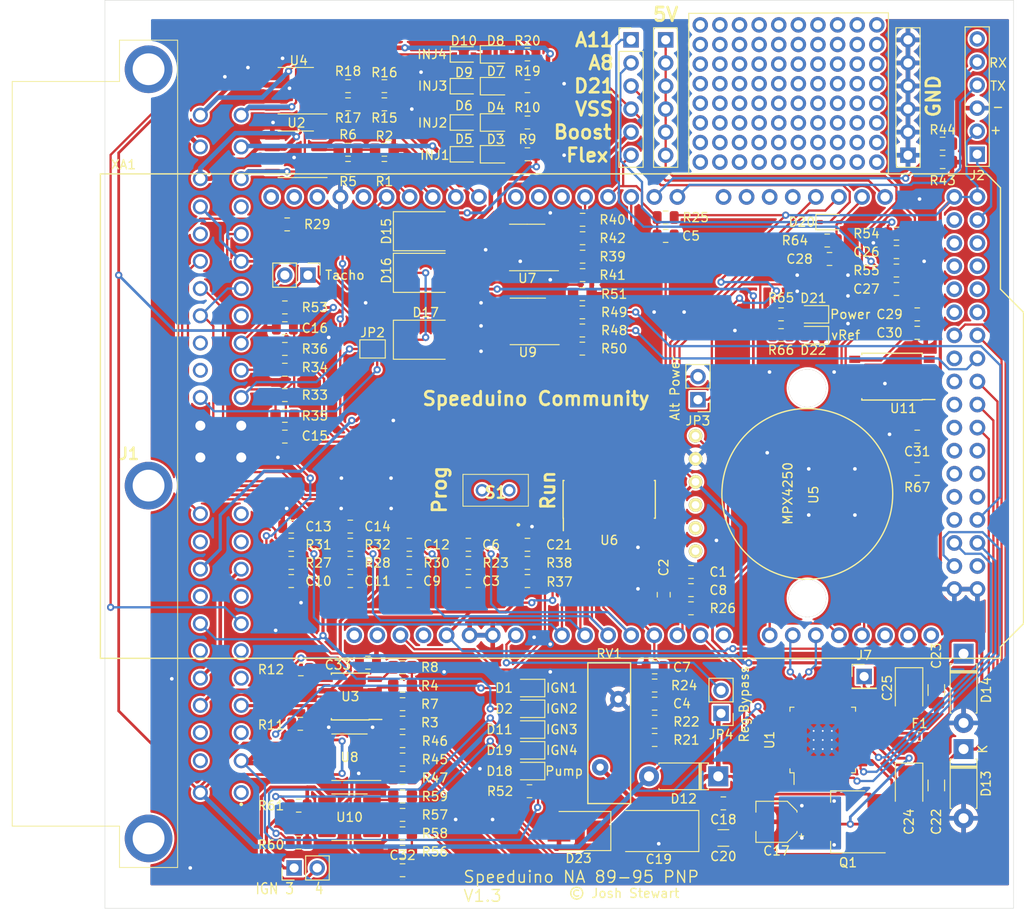
<source format=kicad_pcb>
(kicad_pcb (version 20221018) (generator pcbnew)
  (layers (0 "F.Cu" signal) (31 "B.Cu" signal) (34 "B.Paste" user) (35 "F.Paste" user) (36 "B.SilkS" user "B.Silkscreen") (37 "F.SilkS" user "F.Silkscreen") (38 "B.Mask" user) (39 "F.Mask" user) (44 "Edge.Cuts" user))
  (net 0 "")
  (net 1 "GND")
  (net 2 "VDDA")
  (net 3 "O2_Sensor")
  (net 4 "Net-(C4-Pad1)")
  (net 5 "ADC-Clamp-4")
  (net 6 "ADC-Clamp-5")
  (net 7 "MCU-A5")
  (net 8 "TPS_Sensor")
  (net 9 "IAT_Sensor")
  (net 10 "CLT_Sensor")
  (net 11 "ADC-Clamp-3")
  (net 12 "ADC-Clamp-1")
  (net 13 "ADC-Clamp-2")
  (net 14 "VPPSENS")
  (net 15 "VDD")
  (net 16 "12V-SW")
  (net 17 "Net-(D1-Pad2)")
  (net 18 "Net-(D2-Pad2)")
  (net 19 "Net-(D3-Pad2)")
  (net 20 "Net-(D3-Pad1)")
  (net 21 "Net-(D4-Pad1)")
  (net 22 "Net-(D4-Pad2)")
  (net 23 "INJ-1-OUT")
  (net 24 "INJ-2-OUT")
  (net 25 "Net-(D7-Pad2)")
  (net 26 "Net-(D7-Pad1)")
  (net 27 "Net-(D8-Pad2)")
  (net 28 "INJ-3-OUT")
  (net 29 "INJ-4-OUT")
  (net 30 "VRegIn")
  (net 31 "IDLE-OUT")
  (net 32 "BOOST-OUT")
  (net 33 "MCU-D23")
  (net 34 "MCU-D0")
  (net 35 "VPPREF")
  (net 36 "MCU-D11")
  (net 37 "MCU-D10")
  (net 38 "MCU-D39")
  (net 39 "MCU-D41")
  (net 40 "Net-(R5-Pad1)")
  (net 41 "Net-(R6-Pad1)")
  (net 42 "Net-(R7-Pad1)")
  (net 43 "Net-(R8-Pad1)")
  (net 44 "MCU-D9")
  (net 45 "MCU-D8")
  (net 46 "Net-(R17-Pad1)")
  (net 47 "Net-(R18-Pad1)")
  (net 48 "Net-(R26-Pad2)")
  (net 49 "Clutch_in")
  (net 50 "MCU-D2")
  (net 51 "MCU-D4")
  (net 52 "Net-(R48-Pad1)")
  (net 53 "MCU-D35")
  (net 54 "MCU-D49")
  (net 55 "Net-(R49-Pad1)")
  (net 56 "MCU-D1")
  (net 57 "33814-CSB")
  (net 58 "MCU-A9")
  (net 59 "FAN-OUT")
  (net 60 "RESET")
  (net 61 "MCU-D21")
  (net 62 "MCU-D20")
  (net 63 "MCU-D6")
  (net 64 "MCU-A8")
  (net 65 "MCU-D22")
  (net 66 "MCU-D37")
  (net 67 "MCU-D42")
  (net 68 "MCU-D43")
  (net 69 "MCU-D44")
  (net 70 "MCU-D45")
  (net 71 "MCU-D46")
  (net 72 "MCU-D47")
  (net 73 "MCU-D50")
  (net 74 "MCU-D51")
  (net 75 "MCU-D52")
  (net 76 "Net-(D10-Pad2)")
  (net 77 "Net-(F1-Pad1)")
  (net 78 "ADC-Clamp-10")
  (net 79 "ADC-Clamp-8")
  (net 80 "ADC-Clamp-9")
  (net 81 "CRANK-IN")
  (net 82 "CAM-IN")
  (net 83 "ADC-Clamp-13")
  (net 84 "Net-(C21-Pad1)")
  (net 85 "Net-(D18-Pad2)")
  (net 86 "Net-(J2-Pad5)")
  (net 87 "Net-(J5-Pad1)")
  (net 88 "Net-(J5-Pad2)")
  (net 89 "Net-(JP1-Pad1)")
  (net 90 "Net-(R37-Pad1)")
  (net 91 "Net-(R39-Pad1)")
  (net 92 "Net-(R40-Pad1)")
  (net 93 "Net-(R45-Pad1)")
  (net 94 "Net-(R46-Pad1)")
  (net 95 "ST_Sig")
  (net 96 "Net-(J1-PadMH3)")
  (net 97 "Net-(J1-PadMH2)")
  (net 98 "Net-(J1-PadMH1)")
  (net 99 "ROUT1")
  (net 100 "Net-(J1-Pad44)")
  (net 101 "Net-(J1-Pad40)")
  (net 102 "Net-(J1-Pad39)")
  (net 103 "Net-(J1-Pad38)")
  (net 104 "Net-(J1-Pad34)")
  (net 105 "Net-(J1-Pad32)")
  (net 106 "Net-(J1-Pad30)")
  (net 107 "AC-Jump")
  (net 108 "Net-(J1-Pad27)")
  (net 109 "Net-(J1-Pad26)")
  (net 110 "Net-(J1-Pad21)")
  (net 111 "Net-(J1-Pad17)")
  (net 112 "TACHO-OUT")
  (net 113 "Net-(J1-Pad11)")
  (net 114 "Net-(J1-Pad10)")
  (net 115 "Net-(J1-Pad8)")
  (net 116 "Net-(J1-Pad6)")
  (net 117 "Net-(J1-Pad5)")
  (net 118 "IGN-1-OUT")
  (net 119 "Net-(J1-Pad3)")
  (net 120 "Net-(J2-Pad6)")
  (net 121 "IGN-2-OUT")
  (net 122 "Net-(S1-Pad4)")
  (net 123 "Net-(S1-Pad5)")
  (net 124 "Net-(S1-Pad6)")
  (net 125 "Net-(U1-Pad1)")
  (net 126 "Net-(U1-Pad2)")
  (net 127 "Net-(U1-Pad3)")
  (net 128 "Net-(U1-Pad4)")
  (net 129 "Net-(U1-Pad5)")
  (net 130 "Net-(U1-Pad6)")
  (net 131 "Net-(U1-Pad7)")
  (net 132 "Net-(U1-Pad8)")
  (net 133 "Net-(U1-Pad9)")
  (net 134 "Net-(U1-Pad19)")
  (net 135 "Net-(U1-Pad21)")
  (net 136 "ROUT2")
  (net 137 "Net-(U1-Pad24)")
  (net 138 "Net-(U1-Pad25)")
  (net 139 "Net-(U1-Pad26)")
  (net 140 "Net-(U1-Pad27)")
  (net 141 "Net-(U1-Pad28)")
  (net 142 "Net-(U1-Pad29)")
  (net 143 "Net-(U1-Pad30)")
  (net 144 "Net-(U1-Pad31)")
  (net 145 "Net-(U1-Pad32)")
  (net 146 "Net-(U1-Pad33)")
  (net 147 "Net-(U1-Pad34)")
  (net 148 "MCU-A10")
  (net 149 "Net-(U1-Pad39)")
  (net 150 "Net-(U1-Pad43)")
  (net 151 "Net-(U1-Pad44)")
  (net 152 "Net-(U1-Pad45)")
  (net 153 "Net-(U1-Pad46)")
  (net 154 "Net-(U1-Pad47)")
  (net 155 "Net-(U1-Pad48)")
  (net 156 "Net-(U2-Pad2)")
  (net 157 "Net-(U2-Pad4)")
  (net 158 "Net-(U3-Pad1)")
  (net 159 "Net-(U3-Pad8)")
  (net 160 "Net-(U4-Pad4)")
  (net 161 "Net-(U4-Pad2)")
  (net 162 "ADC-Clamp-6")
  (net 163 "ADC-Clamp-7")
  (net 164 "ADC-Clamp-11")
  (net 165 "ADC-Clamp-12")
  (net 166 "ADC-Clamp-14")
  (net 167 "Net-(U7-Pad2)")
  (net 168 "Net-(U7-Pad4)")
  (net 169 "Net-(U8-Pad3)")
  (net 170 "Net-(U9-Pad2)")
  (net 171 "Net-(U9-Pad4)")
  (net 172 "Net-(XA1-Pad3V3)")
  (net 173 "Net-(XA1-PadIORF)")
  (net 174 "MCU-D16")
  (net 175 "MCU-D15")
  (net 176 "MCU-D14")
  (net 177 "MCU-D5")
  (net 178 "MCU-D7")
  (net 179 "Net-(XA1-PadSCL)")
  (net 180 "Net-(XA1-PadSDA)")
  (net 181 "Net-(XA1-PadAREF)")
  (net 182 "MCU-D13")
  (net 183 "MCU-A7")
  (net 184 "Net-(XA1-PadA13)")
  (net 185 "Net-(XA1-PadA14)")
  (net 186 "Net-(XA1-PadA15)")
  (net 187 "MCU-D24")
  (net 188 "MCU-D25")
  (net 189 "MCU-D26")
  (net 190 "MCU-D27")
  (net 191 "MCU-D28")
  (net 192 "MCU-D29")
  (net 193 "MCU-D30")
  (net 194 "MCU-D31")
  (net 195 "MCU-D32")
  (net 196 "MCU-D33")
  (net 197 "MCU-D34")
  (net 198 "MCU-D36")
  (net 199 "MCU-D38")
  (net 200 "MCU-D40")
  (net 201 "MCU-D48")
  (net 202 "MCU-D53")
  (net 203 "MCU-D17")
  (net 204 "MCU-A11")
  (net 205 "Net-(D11-Pad2)")
  (net 206 "Net-(D19-Pad2)")
  (net 207 "Net-(R58-Pad1)")
  (net 208 "Net-(R59-Pad1)")
  (net 209 "IGN-3-OUT")
  (net 210 "IGN-4-OUT")
  (net 211 "Net-(U10-Pad1)")
  (net 212 "Net-(U10-Pad8)")
  (net 213 "VSS")
  (net 214 "Net-(D21-Pad2)")
  (net 215 "Net-(D22-Pad2)")
  (net 216 "VIN")
  (net 217 "Net-(J1-Pad1)")
  (net 218 "Net-(R67-Pad1)")
  (net 219 "Net-(U11-Pad1)")
  (net 220 "Net-(U11-Pad2)")
  (net 221 "Net-(U11-Pad4)")
  (net 222 "MCU-A12")
  (footprint "Connector_PinHeader_2.54mm:PinHeader_1x06_P2.54mm_Vertical" (layer "F.Cu") (at 198.882 51.816 180)
    (fp_text reference "J4" hide)
    (fp_text value "Conn_01x06")
  )
  (footprint "AYZ0202AGRLC" (layer "F.Cu") (at 153.5 88.714 180)
    (fp_text reference "S1")
    (fp_text value "AYZ0202AGRLC" hide)
  )
  (footprint "Resistor_SMD:R_0805_2012Metric_Pad1.15x1.40mm_HandSolder" (layer "F.Cu") (at 137.254 44.214)
    (fp_text reference "R18")
    (fp_text value "1k")
  )
  (footprint "Package_SO:SO-8_3.9x4.9mm_P1.27mm" (layer "F.Cu") (at 131.5 51.714 180)
    (fp_text reference "U2")
    (fp_text value "VNLD5090")
  )
  (footprint "Package_SO:SOIC-8_3.9x4.9mm_P1.27mm" (layer "F.Cu") (at 137.5 111.428 180)
    (fp_text reference "U3")
    (fp_text value "TC4424A")
  )
  (footprint "Package_SO:SO-8_3.9x4.9mm_P1.27mm" (layer "F.Cu") (at 131.5 44.714 180)
    (fp_text reference "U4")
    (fp_text value "VNLD5090")
  )
  (footprint "Resistor_SMD:R_0805_2012Metric" (layer "F.Cu") (at 157 98.714)
    (fp_text reference "R37")
    (fp_text value "10k")
  )
  (footprint "Connector_PinHeader_2.54mm:PinHeader_1x06_P2.54mm_Vertical" (layer "F.Cu") (at 168.402 39.116)
    (fp_text reference "J5" hide)
    (fp_text value "Conn_01x06")
  )
  (footprint "Capacitor_Tantalum_SMD:CP_EIA-3528-21_Kemet-B" (layer "F.Cu") (at 199 121.214 -90)
    (fp_text reference "C24")
    (fp_text value "47uF")
  )
  (footprint "Capacitor_SMD:C_1206_3216Metric" (layer "F.Cu") (at 202 110.714 -90)
    (fp_text reference "C23")
    (fp_text value "0.1uF")
  )
  (footprint "Package_SO:SO-8_3.9x4.9mm_P1.27mm" (layer "F.Cu") (at 156.972 61.976 180)
    (fp_text reference "U7")
    (fp_text value "VNLD5090")
  )
  (footprint "Resistor_SMD:R_0805_2012Metric_Pad1.15x1.40mm_HandSolder" (layer "F.Cu") (at 163.068 60.96 180)
    (fp_text reference "R42")
    (fp_text value "100k")
  )
  (footprint "Resistor_SMD:R_0805_2012Metric_Pad1.15x1.40mm_HandSolder" (layer "F.Cu") (at 163.068 65.024)
    (fp_text reference "R41")
    (fp_text value "100k")
  )
  (footprint "Resistor_SMD:R_0805_2012Metric_Pad1.15x1.40mm_HandSolder" (layer "F.Cu") (at 163.068 58.928)
    (fp_text reference "R40")
    (fp_text value "1k")
  )
  (footprint "Resistor_SMD:R_0805_2012Metric_Pad1.15x1.40mm_HandSolder" (layer "F.Cu") (at 163.068 62.992)
    (fp_text reference "R39")
    (fp_text value "1k")
  )
  (footprint "Resistor_SMD:R_0805_2012Metric_Pad1.15x1.40mm_HandSolder" (layer "F.Cu") (at 130.302 75.438)
    (fp_text reference "R34")
    (fp_text value "1k")
  )
  (footprint "Resistor_SMD:R_0805_2012Metric_Pad1.15x1.40mm_HandSolder" (layer "F.Cu") (at 130.302 78.232)
    (fp_text reference "R33")
    (fp_text value "1k")
  )
  (footprint "Resistor_SMD:R_0805_2012Metric_Pad1.15x1.40mm_HandSolder" (layer "F.Cu") (at 130.556 59.436)
    (fp_text reference "R29")
    (fp_text value "1k")
  )
  (footprint "Resistor_SMD:R_0805_2012Metric_Pad1.15x1.40mm_HandSolder" (layer "F.Cu") (at 171 116.214 180)
    (fp_text reference "R21")
    (fp_text value "1k")
  )
  (footprint "Resistor_SMD:R_0805_2012Metric_Pad1.15x1.40mm_HandSolder" (layer "F.Cu") (at 141.254 44.214 180)
    (fp_text reference "R16")
    (fp_text value "100k")
  )
  (footprint "Resistor_SMD:R_0805_2012Metric_Pad1.15x1.40mm_HandSolder" (layer "F.Cu") (at 137.254 46.214)
    (fp_text reference "R17")
    (fp_text value "1k")
  )
  (footprint "Capacitor_Tantalum_SMD:CP_EIA-3528-21_Kemet-B" (layer "F.Cu") (at 199 110.714 -90)
    (fp_text reference "C25")
    (fp_text value "47uF")
  )
  (footprint "Resistor_SMD:R_0805_2012Metric_Pad1.15x1.40mm_HandSolder" (layer "F.Cu") (at 141.254 46.214)
    (fp_text reference "R15")
    (fp_text value "100k")
  )
  (footprint "Resistor_SMD:R_0805_2012Metric_Pad1.15x1.40mm_HandSolder" (layer "F.Cu") (at 143.256 108.204)
    (fp_text reference "R8")
    (fp_text value "1k")
  )
  (footprint "Resistor_SMD:R_0805_2012Metric_Pad1.15x1.40mm_HandSolder" (layer "F.Cu") (at 143.256 112.268)
    (fp_text reference "R7")
    (fp_text value "1k")
  )
  (footprint "Resistor_SMD:R_0805_2012Metric_Pad1.15x1.40mm_HandSolder" (layer "F.Cu") (at 137.254 51.214)
    (fp_text reference "R6")
    (fp_text value "1k")
  )
  (footprint "Resistor_SMD:R_0805_2012Metric_Pad1.15x1.40mm_HandSolder" (layer "F.Cu") (at 137.254 53.214)
    (fp_text reference "R5")
    (fp_text value "1k")
  )
  (footprint "Resistor_SMD:R_0805_2012Metric_Pad1.15x1.40mm_HandSolder" (layer "F.Cu") (at 143.256 110.236)
    (fp_text reference "R4")
    (fp_text value "100k")
  )
  (footprint "Resistor_SMD:R_0805_2012Metric_Pad1.15x1.40mm_HandSolder" (layer "F.Cu") (at 143.256 114.3 180)
    (fp_text reference "R3")
    (fp_text value "100k")
  )
  (footprint "Resistor_SMD:R_0805_2012Metric_Pad1.15x1.40mm_HandSolder" (layer "F.Cu") (at 141.254 51.214 180)
    (fp_text reference "R2")
    (fp_text value "100k")
  )
  (footprint "Resistor_SMD:R_0805_2012Metric_Pad1.15x1.40mm_HandSolder" (layer "F.Cu") (at 141.254 53.214)
    (fp_text reference "R1")
    (fp_text value "100k")
  )
  (footprint "Capacitor_SMD:C_1206_3216Metric" (layer "F.Cu") (at 202 121.214 -90)
    (fp_text reference "C22")
    (fp_text value "0.1uF")
  )
  (footprint "Resistor_SMD:R_0805_2012Metric" (layer "F.Cu") (at 197.612 64.516 180)
    (fp_text reference "R55")
    (fp_text value "470R")
  )
  (footprint "Diode_SMD:D_SOD-323" (layer "F.Cu") (at 150 48.214)
    (fp_text reference "D6")
    (fp_text value "D")
  )
  (footprint "Diode_SMD:D_SOD-323" (layer "F.Cu") (at 150 51.714)
    (fp_text reference "D5")
    (fp_text value "D")
  )
  (footprint "Shields:Arduino_Mega2560_Shield_IO_Only" (layer "F.Cu") (at 110 107.214)
    (fp_text reference "XA1")
    (fp_text value "Arduino_Mega2560_Shield")
  )
  (footprint "Resistor_SMD:R_0805_2012Metric" (layer "F.Cu") (at 171 110.214 180)
    (fp_text reference "R24")
    (fp_text value "470R")
  )
  (footprint "Resistor_SMD:R_0805_2012Metric" (layer "F.Cu") (at 175 101.714)
    (fp_text reference "R26")
    (fp_text value "470R")
  )
  (footprint "Resistor_SMD:R_0805_2012Metric" (layer "F.Cu") (at 150.5 96.714 180)
    (fp_text reference "R23")
    (fp_text value "470R")
  )
  (footprint "Resistor_SMD:R_0805_2012Metric" (layer "F.Cu") (at 171 114.214)
    (fp_text reference "R22")
    (fp_text value "3.9k")
  )
  (footprint "Resistor_SMD:R_0805_2012Metric" (layer "F.Cu") (at 157 40.714)
    (fp_text reference "R20")
    (fp_text value "2.4k")
  )
  (footprint "Resistor_SMD:R_0805_2012Metric" (layer "F.Cu") (at 131 96.714)
    (fp_text reference "R27")
    (fp_text value "2.49k")
  )
  (footprint "Resistor_SMD:R_0805_2012Metric" (layer "F.Cu") (at 137.5 94.714 180)
    (fp_text reference "R32")
    (fp_text value "470R")
  )
  (footprint "Resistor_SMD:R_0805_2012Metric" (layer "F.Cu") (at 137.5 96.714)
    (fp_text reference "R28")
    (fp_text value "2.49k")
  )
  (footprint "Resistor_SMD:R_0805_2012Metric" (layer "F.Cu") (at 172.212 58.674 180)
    (fp_text reference "R25")
    (fp_text value "2.4k")
  )
  (footprint "Capacitor_SMD:C_0805_2012Metric" (layer "F.Cu") (at 130.302 70.866)
    (fp_text reference "C16")
    (fp_text value "0.1uF")
  )
  (footprint "Capacitor_SMD:C_0805_2012Metric" (layer "F.Cu") (at 137.5 92.714 180)
    (fp_text reference "C14")
    (fp_text value "0.22uF")
  )
  (footprint "Diode_THT:D_DO-41_SOD81_P7.62mm_Horizontal" (layer "F.Cu") (at 178 120.214 180)
    (fp_text reference "D12")
    (fp_text value "D_Schottky")
  )
  (footprint "Capacitor_SMD:C_0805_2012Metric" (layer "F.Cu") (at 171 108.214 180)
    (fp_text reference "C7")
    (fp_text value "0.22uF")
  )
  (footprint "Capacitor_SMD:C_0805_2012Metric" (layer "F.Cu") (at 150.5 94.714 180)
    (fp_text reference "C6")
    (fp_text value "0.22uF")
  )
  (footprint "Capacitor_SMD:C_0805_2012Metric" (layer "F.Cu") (at 172.212 60.706)
    (fp_text reference "C5")
    (fp_text value "0.27uF")
  )
  (footprint "Capacitor_SMD:C_0805_2012Metric" (layer "F.Cu") (at 171 112.214)
    (fp_text reference "C4")
    (fp_text value "0.1uF")
  )
  (footprint "Capacitor_SMD:C_0805_2012Metric" (layer "F.Cu") (at 150.5 98.714)
    (fp_text reference "C3")
    (fp_text value "0.1uF")
  )
  (footprint "Capacitor_SMD:C_0805_2012Metric" (layer "F.Cu") (at 172 100.214 90)
    (fp_text reference "C2")
    (fp_text value "1uF")
  )
  (footprint "Capacitor_SMD:C_0805_2012Metric" (layer "F.Cu") (at 175 97.714 180)
    (fp_text reference "C1")
    (fp_text value "0.01uF")
  )
  (footprint "Varistor:RV_Disc_D15.5mm_W4.7mm_P7.5mm" (layer "F.Cu") (at 165 119.214 90)
    (fp_text reference "RV1")
    (fp_text value "Varistor" hide)
  )
  (footprint "Capacitor_SMD:C_0805_2012Metric" (layer "F.Cu") (at 131 92.714 180)
    (fp_text reference "C13")
    (fp_text value "0.22uF")
  )
  (footprint "Capacitor_SMD:C_0805_2012Metric" (layer "F.Cu") (at 144 94.714 180)
    (fp_text reference "C12")
    (fp_text value "0.22uF")
  )
  (footprint "Capacitor_SMD:C_0805_2012Metric" (layer "F.Cu") (at 137.5 98.714)
    (fp_text reference "C11")
    (fp_text value "0.1uF")
  )
  (footprint "Capacitor_SMD:C_0805_2012Metric" (layer "F.Cu") (at 131 98.714)
    (fp_text reference "C10")
    (fp_text value "0.1uF")
  )
  (footprint "LED_SMD:LED_0805_2012Metric" (layer "F.Cu") (at 153.5 40.714)
    (fp_text reference "D8")
    (fp_text value "LED")
  )
  (footprint "LED_SMD:LED_0805_2012Metric" (layer "F.Cu") (at 153.5 44.214)
    (fp_text reference "D7")
    (fp_text value "LED")
  )
  (footprint "LED_SMD:LED_0805_2012Metric" (layer "F.Cu") (at 153.5 48.214)
    (fp_text reference "D4")
    (fp_text value "LED")
  )
  (footprint "LED_SMD:LED_0805_2012Metric" (layer "F.Cu") (at 153.5 51.714)
    (fp_text reference "D3")
    (fp_text value "LED")
  )
  (footprint "LED_SMD:LED_0805_2012Metric" (layer "F.Cu") (at 157.226 112.776 180)
    (fp_text reference "D2")
    (fp_text value "LED")
  )
  (footprint "LED_SMD:LED_0805_2012Metric" (layer "F.Cu") (at 157.226 110.49 180)
    (fp_text reference "D1")
    (fp_text value "LED")
  )
  (footprint "Capacitor_SMD:C_0805_2012Metric" (layer "F.Cu") (at 144 98.714)
    (fp_text reference "C9")
    (fp_text value "0.1uF")
  )
  (footprint "Capacitor_SMD:C_0805_2012Metric" (layer "F.Cu") (at 175 99.714 180)
    (fp_text reference "C8")
    (fp_text value "470pf")
  )
  (footprint "Resistor_SMD:R_0805_2012Metric" (layer "F.Cu") (at 132.0625 108.428 180)
    (fp_text reference "R12")
    (fp_text value "2.4k")
  )
  (footprint "Resistor_SMD:R_0805_2012Metric" (layer "F.Cu") (at 157 96.714)
    (fp_text reference "R38")
    (fp_text value "120R")
  )
  (footprint "Resistor_SMD:R_0805_2012Metric" (layer "F.Cu") (at 157 44.214)
    (fp_text reference "R19")
    (fp_text value "2.4k")
  )
  (footprint "Resistor_SMD:R_0805_2012Metric" (layer "F.Cu") (at 144 96.714 180)
    (fp_text reference "R30")
    (fp_text value "470R")
  )
  (footprint "Package_QFP:LQFP-48-1EP_7x7mm_P0.5mm_EP3.6x3.6mm_ThermalVias" (layer "F.Cu") (at 189.5 116.214 90)
    (fp_text reference "U1")
    (fp_text value "MC33814")
  )
  (footprint "Resistor_SMD:R_0805_2012Metric_Pad1.15x1.40mm_HandSolder" (layer "F.Cu") (at 143.256 118.364)
    (fp_text reference "R45")
    (fp_text value "1k")
  )
  (footprint "Resistor_SMD:R_0805_2012Metric" (layer "F.Cu") (at 197.612 60.452)
    (fp_text reference "R54")
    (fp_text value "470R")
  )
  (footprint "Resistor_SMD:R_0805_2012Metric_Pad1.15x1.40mm_HandSolder" (layer "F.Cu") (at 130.302 68.58 180)
    (fp_text reference "R53")
    (fp_text value "1k")
  )
  (footprint "Resistor_SMD:R_0805_2012Metric_Pad1.15x1.40mm_HandSolder" (layer "F.Cu") (at 163.042 67.118 180)
    (fp_text reference "R51")
    (fp_text value "100k")
  )
  (footprint "Resistor_SMD:R_0805_2012Metric_Pad1.15x1.40mm_HandSolder" (layer "F.Cu") (at 163.042 73.118)
    (fp_text reference "R50")
    (fp_text value "100k")
  )
  (footprint "Resistor_SMD:R_0805_2012Metric_Pad1.15x1.40mm_HandSolder" (layer "F.Cu") (at 163.042 69.118)
    (fp_text reference "R49")
    (fp_text value "1k")
  )
  (footprint "Resistor_SMD:R_0805_2012Metric_Pad1.15x1.40mm_HandSolder" (layer "F.Cu") (at 163.042 71.118)
    (fp_text reference "R48")
    (fp_text value "1k")
  )
  (footprint "Resistor_SMD:R_0805_2012Metric_Pad1.15x1.40mm_HandSolder" (layer "F.Cu") (at 143.256 120.396)
    (fp_text reference "R47")
    (fp_text value "100k")
  )
  (footprint "Resistor_SMD:R_0805_2012Metric_Pad1.15x1.40mm_HandSolder" (layer "F.Cu") (at 202.692 52.578)
    (fp_text reference "R43")
    (fp_text value "2k")
  )
  (footprint "Resistor_SMD:R_0805_2012Metric" (layer "F.Cu") (at 131 94.714 180)
    (fp_text reference "R31")
    (fp_text value "470R")
  )
  (footprint "Resistor_SMD:R_0805_2012Metric_Pad1.15x1.40mm_HandSolder" (layer "F.Cu") (at 202.692 50.546)
    (fp_text reference "R44")
    (fp_text value "1k")
  )
  (footprint "Package_SO:SOIC-16_3.9x9.9mm_P1.27mm" (layer "F.Cu") (at 166 89.714 90)
    (fp_text reference "U6")
    (fp_text value "SP720")
  )
  (footprint "Diode_THT:D_DO-41_SOD81_P7.62mm_Horizontal" (layer "F.Cu") (at 205 106.714 -90)
    (fp_text reference "D14")
    (fp_text value "D_Zener")
  )
  (footprint "Package_SO:SO-8_3.9x4.9mm_P1.27mm" (layer "F.Cu") (at 137.414 118.11 180)
    (fp_text reference "U8")
    (fp_text value "VN5160S-E")
  )
  (footprint "Capacitor_SMD:C_0805_2012Metric" (layer "F.Cu") (at 197.612 66.548 180)
    (fp_text reference "C27")
    (fp_text value "0.1uF")
  )
  (footprint "Diode_SMD:D_SOD-323" (layer "F.Cu") (at 150 40.714)
    (fp_text reference "D10")
    (fp_text value "D")
  )
  (footprint "Diode_SMD:D_SOD-323" (layer "F.Cu") (at 150 44.214)
    (fp_text reference "D9")
    (fp_text value "D")
  )
  (footprint "Package_SO:SO-8_3.9x4.9mm_P1.27mm" (layer "F.Cu") (at 157.042 70.118 180)
    (fp_text reference "U9")
    (fp_text value "VNLD5090")
  )
  (footprint "Capacitor_SMD:CP_Elec_4x5.8" (layer "F.Cu") (at 184.404 125.222 180)
    (fp_text reference "C17")
    (fp_text value "22uF")
  )
  (footprint "Capacitor_SMD:C_0805_2012Metric" (layer "F.Cu") (at 130.302 82.804)
    (fp_text reference "C15")
    (fp_text value "0.1uF")
  )
  (footprint "Connector_PinHeader_2.54mm:PinHeader_1x02_P2.54mm_Vertical" (layer "F.Cu") (at 132.842 65.024 -90)
    (fp_text reference "JP1" hide)
    (fp_text value "Jumper")
  )
  (footprint "Diode_THT:D_DO-41_SOD81_P7.62mm_Horizontal" (layer "F.Cu") (at 205 117.214 -90)
    (fp_text reference "D13")
    (fp_text value "D_Zener")
  )
  (footprint "Resistor_SMD:R_0805_2012Metric" (layer "F.Cu") (at 132 114.428 180)
    (fp_text reference "R11")
    (fp_text value "2.4k")
  )
  (footprint "Resistor_SMD:R_0805_2012Metric" (layer "F.Cu") (at 157 48.214)
    (fp_text reference "R10")
    (fp_text value "2.4k")
  )
  (footprint "Resistor_SMD:R_0805_2012Metric" (layer "F.Cu") (at 157 51.714)
    (fp_text reference "R9")
    (fp_text value "2.4k")
  )
  (footprint "Capacitor_SMD:C_0805_2012Metric_Pad1.15x1.40mm_HandSolder" (layer "F.Cu") (at 157 94.714)
    (fp_text reference "C21")
    (fp_text value "22uF")
  )
  (footprint "Capacitor_Tantalum_SMD:CP_EIA-7343-31_Kemet-D" (layer "F.Cu") (at 171.45 126.238 180)
    (fp_text reference "C19")
    (fp_text value "10uF")
  )
  (footprint "Capacitor_SMD:C_0805_2012Metric" (layer "F.Cu") (at 178.562 123.19 180)
    (fp_text reference "C18")
    (fp_text value "1uF")
  )
  (footprint "Connector_Automotive:1749171" (layer "F.Cu") (at 125.5 122 180)
    (fp_text reference "J1")
    (fp_text value "174917-1" hide)
  )
  (footprint "Resistor_SMD:R_0805_2012Metric_Pad1.15x1.40mm_HandSolder" (layer "F.Cu") (at 130.302 80.518 180)
    (fp_text reference "R35")
    (fp_text value "220R")
  )
  (footprint "Resistor_SMD:R_0805_2012Metric_Pad1.15x1.40mm_HandSolder" (layer "F.Cu") (at 130.302 73.152 180)
    (fp_text reference "R36")
    (fp_text value "220R")
  )
  (footprint "Connector_PinHeader_2.54mm:PinHeader_1x06_P2.54mm_Vertical" (layer "F.Cu") (at 172.212 39.116)
    (fp_text reference "J3" hide)
    (fp_text value "Conn_01x06")
  )
  (footprint "Misc:MPX4250" (layer "F.Cu") (at 175.5 82.714 -90)
    (fp_text reference "U5")
    (fp_text value "MPX4250")
  )
  (footprint "LED_SMD:LED_0805_2012Metric" (layer "F.Cu") (at 157.226 119.634 180)
    (fp_text reference "D18")
    (fp_text value "LED")
  )
  (footprint "LED_SMD:LED_0805_2012Metric" (layer "F.Cu") (at 157.226 115.062 180)
    (fp_text reference "D11")
    (fp_text value "LED")
  )
  (footprint "LED_SMD:LED_0805_2012Metric" (layer "F.Cu") (at 157.226 117.348 180)
    (fp_text reference "D19")
    (fp_text value "LED")
  )
  (footprint "Resistor_SMD:R_0805_2012Metric_Pad1.15x1.40mm_HandSolder" (layer "F.Cu") (at 143.256 128.524 180)
    (fp_text reference "R56")
    (fp_text value "100k")
  )
  (footprint "Resistor_SMD:R_0805_2012Metric_Pad1.15x1.40mm_HandSolder" (layer "F.Cu") (at 143.256 124.46)
    (fp_text reference "R57")
    (fp_text value "100k")
  )
  (footprint "Resistor_SMD:R_0805_2012Metric_Pad1.15x1.40mm_HandSolder" (layer "F.Cu") (at 143.256 126.492)
    (fp_text reference "R58")
    (fp_text value "1k")
  )
  (footprint "Resistor_SMD:R_0805_2012Metric_Pad1.15x1.40mm_HandSolder" (layer "F.Cu") (at 143.256 122.428)
    (fp_text reference "R59")
    (fp_text value "1k")
  )
  (footprint "Resistor_SMD:R_0805_2012Metric" (layer "F.Cu") (at 131.826 127.508 180)
    (fp_text reference "R60")
    (fp_text value "2.4k")
  )
  (footprint "Resistor_SMD:R_0805_2012Metric" (layer "F.Cu") (at 131.826 123.444 180)
    (fp_text reference "R61")
    (fp_text value "2.4k")
  )
  (footprint "Package_SO:SOIC-8_3.9x4.9mm_P1.27mm" (layer "F.Cu") (at 137.414 124.714 180)
    (fp_text reference "U10")
    (fp_text value "TC4424A")
  )
  (footprint "Connector_PinHeader_2.54mm:PinHeader_1x02_P2.54mm_Vertical" (layer "F.Cu") (at 131.318 130.302 90)
    (fp_text reference "J6" hide)
    (fp_text value "Conn_01x02")
  )
  (footprint "Connector_PinHeader_2.54mm:PinHeader_1x06_P2.54mm_Vertical" (layer "F.Cu") (at 206.5 51.714 180)
    (fp_text reference "J2")
    (fp_text value "Conn_01x06")
  )
  (footprint "Jumper:SolderJumper-2_P1.3mm_Open_Pad1.0x1.5mm" (layer "F.Cu") (at 139.954 73.152)
    (fp_text reference "JP2")
    (fp_text value "Jumper")
  )
  (footprint "Capacitor_SMD:C_0805_2012Metric" (layer "F.Cu") (at 197.612 62.484 180)
    (fp_text reference "C26")
    (fp_text value "0.1uF")
  )
  (footprint "Capacitor_SMD:C_1206_3216Metric" (layer "F.Cu") (at 178.562 127)
    (fp_text reference "C20")
    (fp_text value "0.1uF")
  )
  (footprint "Diode_SMD:D_SOD-323" (layer "F.Cu") (at 190.246 59.182)
    (fp_text reference "D20")
    (fp_text value "D")
  )
  (footprint "LED_SMD:LED_0805_2012Metric" (layer "F.Cu") (at 188.468 69.342 180)
    (fp_text reference "D21")
    (fp_text value "LED_Green")
  )
  (footprint "LED_SMD:LED_0805_2012Metric" (layer "F.Cu") (at 188.468 71.628 180)
    (fp_text reference "D22")
    (fp_text value "LED_Green")
  )
  (footprint "Resistor_SMD:R_0805_2012Metric" (layer "F.Cu") (at 157.226 121.8565 180)
    (fp_text reference "R52")
    (fp_text value "2.49k")
  )
  (footprint "Resistor_SMD:R_0805_2012Metric_Pad1.15x1.40mm_HandSolder" (layer "F.Cu") (at 189.992 61.214)
    (fp_text reference "R64")
    (fp_text value "1k")
  )
  (footprint "Resistor_SMD:R_0805_2012Metric" (layer "F.Cu") (at 184.912 69.342 180)
    (fp_text reference "R65")
    (fp_text value "470R")
  )
  (footprint "Resistor_SMD:R_0805_2012Metric" (layer "F.Cu") (at 184.912 71.628 180)
    (fp_text reference "R66")
    (fp_text value "470R")
  )
  (footprint "Capacitor_SMD:C_0805_2012Metric" (layer "F.Cu") (at 190.246 63.246 180)
    (fp_text reference "C28")
    (fp_text value "0.1uF")
  )
  (footprint "Connector_PinHeader_2.54mm:PinHeader_1x02_P2.54mm_Vertical" (layer "F.Cu") (at 175.768 78.74 180)
    (fp_text reference "JP3")
    (fp_text value "Jumper_2_Open")
  )
  (footprint "Connector_PinHeader_2.54mm:PinHeader_1x02_P2.54mm_Vertical" (layer "F.Cu") (at 178.308 113.284 180)
    (fp_text reference "JP4")
    (fp_text value "Jumper_2_Open")
  )
  (footprint "Package_TO_SOT_SMD:SOT-223-3_TabPin2" (layer "F.Cu") (at 192.278 125.222 180)
    (fp_text reference "Q1")
    (fp_text value "Q_PNP_BCEC")
  )
  (footprint "Fuse:Fuse_0603_1608Metric" (layer "F.Cu") (at 200.152 115.824)
    (fp_text reference "F1")
    (fp_text value "Polyfuse")
  )
  (footprint "Connector_PinHeader_2.54mm:PinHeader_1x01_P2.54mm_Vertical" (layer "F.Cu") (at 194.056 109.22)
    (fp_text reference "J7")
    (fp_text value "Conn_01x06")
  )
  (footprint "Diode_SMD:D_SMB" (layer "F.Cu") (at 162.6235 126.238 180)
    (fp_text reference "D23")
    (fp_text value "D_TVS")
  )
  (footprint "Capacitor_SMD:C_0805_2012Metric" (layer "F.Cu") (at 199.898 69.342 180)
    (fp_text reference "C29")
    (fp_text value "0.01uF")
  )
  (footprint "Capacitor_SMD:C_0805_2012Metric" (layer "F.Cu") (at 199.898 71.374 180)
    (fp_text reference "C30")
    (fp_text value "1uF")
  )
  (footprint "Capacitor_SMD:C_0805_2012Metric" (layer "F.Cu") (at 199.898 82.804 180)
    (fp_text reference "C31")
    (fp_text value "0.1uF")
  )
  (footprint "Resistor_SMD:R_0805_2012Metric" (layer "F.Cu") (at 199.898 86.36)
    (fp_text reference "R67")
    (fp_text value "22K")
  )
  (footprint "Misc:KP234" (layer "F.Cu") (at 198.374 76.2 180)
    (fp_text reference "U11")
    (fp_text value "KP234")
  )
  (footprint "Capacitor_SMD:C_0805_2012Metric" (layer "F.Cu") (at 139.446 107.696 180)
    (fp_text reference "C33")
    (fp_text value "0.1uF")
  )
  (footprint "Capacitor_SMD:C_0805_2012Metric_Pad1.15x1.40mm_HandSolder" (layer "F.Cu") (at 143.256 130.556)
    (fp_text reference "C32")
    (fp_text value "0.1uF")
  )
  (footprint "Resistor_SMD:R_0805_2012Metric_Pad1.15x1.40mm_HandSolder" (layer "F.Cu") (at 143.256 116.332)
    (fp_text reference "R46")
    (fp_text value "10k")
  )
  (footprint "Diode_SMD:D_SMB" (layer "F.Cu") (at 145.796 60.187001)
    (fp_text reference "D15")
    (fp_text value "D")
  )
  (footprint "Diode_SMD:D_SMB" (layer "F.Cu") (at 145.796 64.77)
    (fp_text reference "D16")
    (fp_text value "D")
  )
  (footprint "Diode_SMD:D_SMB" (layer "F.Cu") (at 145.796 72.136)
    (fp_text reference "D17")
    (fp_text value "D")
  )
  (footprint "Misc:ProtoArea_8x10" (layer "F.Cu") (at 176.022 52.578 90)
    (fp_text reference "REF**" hide)
    (fp_text value "ProtoArea_8x10")
  )
  (gr_line (start 110.5 134.75) (end 210.5 134.75) (stroke (width 0.05)) (layer "Edge.Cuts"))
  (gr_line (start 210.5 34.75) (end 210.5 134.75) (stroke (width 0.05)) (layer "Edge.Cuts"))
  (gr_line (start 110.5 134.75) (end 110.5 34.75) (stroke (width 0.05)) (layer "Edge.Cuts"))
  (gr_line (start 110.5 34.75) (end 210.5 34.75) (stroke (width 0.05)) (layer "Edge.Cuts"))
  (gr_text "© Josh Stewart" (at 167.64 133.096) (layer "F.SilkS") (effects (font (size 1 1))))
  (gr_text "5V" (at 172.212 36.322) (layer "F.SilkS") (effects (font (size 1.5 1.5) (thickness 0.3))))
  (gr_text "Run" (at 159.258 88.714 90) (layer "F.SilkS") (effects (font (size 1.5 1.5) (thickness 0.3))))
  (gr_text "Prog" (at 147.32 88.646 90) (layer "F.SilkS") (effects (font (size 1.5 1.5) (thickness 0.3))))
  (gr_text "Flex" (at 163.576 51.816) (layer "F.SilkS") (effects (font (size 1.5 1.5) (thickness 0.3))))
  (gr_text "Boost" (at 163.068 49.276) (layer "F.SilkS") (effects (font (size 1.5 1.5) (thickness 0.3))))
  (gr_text "VSS" (at 164.338 46.736) (layer "F.SilkS") (effects (font (size 1.5 1.5) (thickness 0.3))))
  (gr_text "D21" (at 164.338 44.196) (layer "F.SilkS") (effects (font (size 1.5 1.5) (thickness 0.3))))
  (gr_text "A8" (at 165.1 41.656) (layer "F.SilkS") (effects (font (size 1.5 1.5) (thickness 0.3))))
  (gr_text "A11" (at 164.338 39.116) (layer "F.SilkS") (effects (font (size 1.5 1.5) (thickness 0.3))))
  (gr_text "GND" (at 201.676 45.322 90) (layer "F.SilkS") (effects (font (size 1.5 1.5) (thickness 0.3))))
  (gr_text "Speeduino NA 89-95 PNP\nV1.3" (at 149.86 132.334) (layer "F.SilkS") (effects (font (size 1.3 1.3)) (justify left)))
  (gr_text "Speeduino Community" (at 145.288 79.502) (layer "F.SilkS") (effects (font (size 1.5 1.5) (thickness 0.3) bold) (justify left bottom)))
  (segment (start 140.565 110.428) (end 140.2 110.793) (width 0.25) (layer "F.Cu") (net 1))
  (segment (start 141.975 110.428) (end 140.565 110.428) (width 0.25) (layer "F.Cu") (net 1))
  (segment (start 187.6 116.214) (end 187.35 115.964) (width 0.25) (layer "F.Cu") (net 1))
  (segment (start 187.35 115.964) (end 186.175 115.964) (width 0.25) (layer "F.Cu") (net 1))
  (segment (start 186.175 115.964) (end 185.3375 115.964) (width 0.25) (layer "F.Cu") (net 1))
  (segment (start 189.5 116.214) (end 187.6 116.214) (width 0.25) (layer "F.Cu") (net 1))
  (segment (start 191.25 114.464) (end 189.5 116.214) (width 0.25) (layer "F.Cu") (net 1))
  (segment (start 193.6625 114.464) (end 191.25 114.464) (width 0.25) (layer "F.Cu") (net 1))
  (segment (start 189.5 116.214) (end 190.5 116.214) (width 0.25) (layer "F.Cu") (net 1))
  (segment (start 188.25 114.964) (end 189.5 116.214) (width 0.25) (layer "F.Cu") (net 1))
  (segment (start 185.3375 114.964) (end 188.25 114.964) (width 0.25) (layer "F.Cu") (net 1))
  (segment (start 142.231 124.46) (end 140.27 124.46) (width 0.25) (layer "F.Cu") (net 1))
  (segment (start 140.27 124.46) (end 139.889 124.079) (width 0.25) (layer "F.Cu") (net 1))
  (via (at 142 90.714) (size 0.8) (drill 0.4) (layers "F.Cu" "B.Cu") (net 1))
  (via (at 136.5 90.714) (size 0.8) (drill 0.4) (layers "F.Cu" "B.Cu") (net 1))
  (via (at 142.24 81.026) (size 0.8) (drill 0.4) (layers "F.Cu" "B.Cu") (net 1))
  (via (at 130.5 90.714) (size 0.8) (drill 0.4) (layers "F.Cu" "B.Cu") (net 1))
  (via (at 131.318 52.07) (size 0.8) (drill 0.4) (layers "F.Cu" "B.Cu") (net 1))
  (via (at 129 48.214) (size 0.8) (drill 0.4) (layers "F.Cu" "B.Cu") (net 1))
  (via (at 157.5 92.714) (size 0.8) (drill 0.4) (layers "F.Cu" "B.Cu") (net 1))
  (via (at 151.892 73.406) (size 0.8) (drill 0.4) (layers "F.Cu" "B.Cu") (net 1))
  (via (at 147.828 108.712) (size 0.8) (drill 0.4) (layers "F.Cu" "B.Cu") (net 1))
  (via (at 151.892 70.612) (size 0.8) (drill 0.4) (layers "F.Cu" "B.Cu") (net 1))
  (via (at 183.642 75.692) (size 0.8) (drill 0.4) (layers "F.Cu" "B.Cu") (net 1))
  (via (at 161.036 51.816) (size 0.8) (drill 0.4) (layers "F.Cu" "B.Cu") (net 1))
  (via (at 159.512 58.166) (size 0.8) (drill 0.4) (layers "F.Cu" "B.Cu") (net 1))
  (via (at 117.856 109.474) (size 0.8) (drill 0.4) (layers "F.Cu" "B.Cu") (net 1))
  (via (at 138.43 119.888) (size 0.8) (drill 0.4) (layers "F.Cu" "B.Cu") (net 1))
  (via (at 139.192 68.072) (size 0.8) (drill 0.4) (layers "F.Cu" "B.Cu") (net 1))
  (via (at 136.525 87.376) (size 0.8) (drill 0.4) (layers "F.Cu" "B.Cu") (net 1))
  (via (at 135.128 114.808) (size 0.8) (drill 0.4) (layers "F.Cu" "B.Cu") (net 1))
  (via (at 187.96 86.36) (size 0.8) (drill 0.4) (layers "F.Cu" "B.Cu") (net 1))
  (via (at 192.278 65.024) (size 0.8) (drill 0.4) (layers "F.Cu" "B.Cu") (net 1))
  (via (at 153.162 124.968) (size 0.8) (drill 0.4) (layers "F.Cu" "B.Cu") (net 1))
  (via (at 130.048 41.148) (size 0.8) (drill 0.4) (layers "F.Cu" "B.Cu") (net 1))
  (via (at 196.85 82.55) (size 0.8) (drill 0.4) (layers "F.Cu" "B.Cu") (net 1))
  (via (at 171.45 127.635) (size 0.8) (drill 0.4) (layers "F.Cu" "B.Cu") (net 1))
  (via (at 200.66 63.5) (size 0.8) (drill 0.4) (layers "F.Cu" "B.Cu") (net 1))
  (via (at 192.278 70.358) (size 0.8) (drill 0.4) (layers "F.Cu" "B.Cu") (net 1))
  (via (at 144.272 46.736) (size 0.8) (drill 0.4) (layers "F.Cu" "B.Cu") (net 1))
  (via (at 119.888 130.302) (size 0.8) (drill 0.4) (layers "F.Cu" "B.Cu") (net 1))
  (via (at 157.734 104.902) (size 0.8) (drill 0.4) (layers "F.Cu" "B.Cu") (net 1))
  (via (at 186.69 65.024) (size 0.8) (drill 0.4) (layers "F.Cu" "B.Cu") (net 1))
  (via (at 186.69 66.802) (size 0.8) (drill 0.4) (layers "F.Cu" "B.Cu") (net 1))
  (via (at 149.098 124.968) (size 0.8) (drill 0.4) (layers "F.Cu" "B.Cu") (net 1))
  (via (at 177.8 94.234) (size 0.8) (drill 0.4) (layers "F.Cu" "B.Cu") (net 1))
  (via (at 195.072 61.468) (size 0.8) (drill 0.4) (layers "F.Cu" "B.Cu") (net 1))
  (via (at 151.765 119.38) (size 0.8) (drill 0.4) (layers "F.Cu" "B.Cu") (net 1))
  (via (at 161.036 43.942) (size 0.8) (drill 0.4) (layers "F.Cu" "B.Cu") (net 1))
  (via (at 169.164 94.996) (size 0.8) (drill 0.4) (layers "F.Cu" "B.Cu") (net 1))
  (via (at 139.954 114.808) (size 0.8) (drill 0.4) (layers "F.Cu" "B.Cu") (net 1))
  (via (at 130.81 44.45) (size 0.8) (drill 0.4) (layers "F.Cu" "B.Cu") (net 1))
  (via (at 187.96 91.44) (size 0.8) (drill 0.4) (layers "F.Cu" "B.Cu") (net 1))
  (via (at 170.942 69.088) (size 0.8) (drill 0.4) (layers "F.Cu" "B.Cu") (net 1))
  (via (at 126.238 42.164) (size 0.8) (drill 0.4) (layers "F.Cu" "B.Cu") (net 1))
  (via (at 129.54 85.09) (size 0.8) (drill 0.4) (layers "F.Cu" "B.Cu") (net 1))
  (via (at 151.892 68.072) (size 0.8) (drill 0.4) (layers "F.Cu" "B.Cu") (net 1))
  (via (at 152.4 62.23) (size 0.8) (drill 0.4) (layers "F.Cu" "B.Cu") (net 1))
  (via (at 141.986 87.376) (size 0.8) (drill 0.4) (layers "F.Cu" "B.Cu") (net 1))
  (via (at 156.21 63.5) (size 0.8) (drill 0.4) (layers "F.Cu" "B.Cu") (net 1))
  (via (at 193.04 86.36) (size 0.8) (drill 0.4) (layers "F.Cu" "B.Cu") (net 1))
  (via (at 174.244 69.088) (size 0.8) (drill 0.4) (layers "F.Cu" "B.Cu") (net 1))
  (via (at 169.164 99.568) (size 0.8) (drill 0.4) (layers "F.Cu" "B.Cu") (net 1))
  (via (at 196.342 76.962) (size 0.8) (drill 0.4) (layers "F.Cu" "B.Cu") (net 1))
  (via (at 135.128 71.882) (size 0.8) (drill 0.4) (layers "F.Cu" "B.Cu") (net 1))
  (via (at 132.08 101.092) (size 0.8) (drill 0.4) (layers "F.Cu" "B.Cu") (net 1))
  (via (at 179.832 71.12) (size 0.8) (drill 0.4) (layers "F.Cu" "B.Cu") (net 1))
  (via (at 183.388 84.582) (size 0.8) (drill 0.4) (layers "F.Cu" "B.Cu") (net 1))
  (via (at 190.754 75.692) (size 0.8) (drill 0.4) (layers "F.Cu" "B.Cu") (net 1))
  (via (at 193.04 91.44) (size 0.8) (drill 0.4) (layers "F.Cu" "B.Cu") (net 1))
  (via (at 145.288 42.672) (size 0.8) (drill 0.4) (layers "F.Cu" "B.Cu") (net 1))
  (via (at 129.286 104.14) (size 0.8) (drill 0.4) (layers "F.Cu" "B.Cu") (net 1))
  (via (at 200.152 56.642) (size 0.8) (drill 0.4) (layers "F.Cu" "B.Cu") (net 1))
  (via (at 123.698 43.18) (size 0.8) (drill 0.4) (layers "F.Cu" "B.Cu") (net 1))
  (via (at 159.512 65.532) (size 0.8) (drill 0.4) (layers "F.Cu" "B.Cu") (net 1))
  (via (at 192.278 67.31) (size 0.8) (drill 0.4) (layers "F.Cu" "B.Cu") (net 1))
  (via (at 159.512 105.664) (size 0.8) (drill 0.4) (layers "F.Cu" "B.Cu") (net 1))
  (via (at 159.512 108.712) (size 0.8) (drill 0.4) (layers "F.Cu" "B.Cu") (net 1))
  (segment (start 134.5 102.214) (end 134.5 104.148315) (width 0.35) (layer "F.Cu") (net 2))
  (segment (start 134.5 104.148315) (end 134.5 104.714) (width 0.35) (layer "F.Cu") (net 2))
  (segment (start 136 100.714) (end 134.5 102.214) (width 0.35) (layer "F.Cu") (net 2))
  (segment (start 139.5 100.714) (end 136 100.714) (width 0.35) (layer "F.Cu") (net 2))
  (segment (start 136 100.714) (end 135.9375 100.714) (width 0.35) (layer "F.Cu") (net 2))
  (segment (start 140.5 99.714) (end 139.5 100.714) (width 0.35) (layer "F.Cu") (net 2))
  (segment (start 132.493737 97.270237) (end 131.9375 96.714) (width 0.35) (layer "F.Cu") (net 2))
  (segment (start 135.9375 100.714) (end 132.493737 97.270237) (width 0.35) (layer "F.Cu") (net 2))
  (segment (start 202 109.314) (end 204.6 106.714) (width 0.35) (layer "F.Cu") (net 2))
  (segment (start 204.6 106.714) (end 205 106.714) (width 0.35) (layer "F.Cu") (net 2))
  (segment (start 199 109.1765) (end 201.8625 109.1765) (width 0.35) (layer "F.Cu") (net 2))
  (segment (start 201.8625 109.1765) (end 202 109.314) (width 0.35) (layer "F.Cu") (net 2))
  (segment (start 172 99.2765) (end 173.5625 97.714) (width 0.35) (layer "F.Cu") (net 2))
  (segment (start 173.5625 97.714) (end 174.0625 97.714) (width 0.35) (layer "F.Cu") (net 2))
  (segment (start 174.0625 97.714) (end 174.0625 89.2315) (width 0.35) (layer "F.Cu") (net 2))
  (segment (start 174.0625 89.2315) (end 175.5 87.794) (width 0.35) (layer "F.Cu") (net 2))
  (segment (start 138.4375 96.714) (end 140 96.714) (width 0.35) (layer "F.Cu") (net 2))
  (segment (start 140.5 97.214) (end 140.5 99.714) (width 0.35) (layer "F.Cu") (net 2))
  (segment (start 140 96.714) (end 140.5 97.214) (width 0.35) (layer "F.Cu") (net 2))
  (segment (start 198.9605 69.342) (end 199.644 68.6585) (width 0.25) (layer "F.Cu") (net 2))
  (segment (start 175.5 87.794) (end 173.736 86.03) (width 0.25) (layer "F.Cu") (net 2))
  (segment (start 172.212 53.34) (end 172.212 51.054) (width 0.25) (layer "F.Cu") (net 2))
  (segment (start 175.768 76.2) (end 174.565919 76.2) (width 0.25) (layer "F.Cu") (net 2))
  (segment (start 193.802 60.774588) (end 197.612 56.964588) (width 0.25) (layer "F.Cu") (net 2))
  (segment (start 202.69571 110.00971) (end 202 109.314) (width 0.35) (layer "F.Cu") (net 2))
  (segment (start 203.5 113.2635) (end 203.5 110.814) (width 0.35) (layer "F.Cu") (net 2))
  (segment (start 172.212 51.816) (end 172.212 49.276) (width 0.25) (layer "F.Cu") (net 2))
  (segment (start 173.736 76.454) (end 173.736 72.898) (width 0.25) (layer "F.Cu") (net 2))
  (segment (start 198.9605 71.374) (end 195.9125 74.422) (width 0.25) (layer "F.Cu") (net 2))
  (segment (start 174.565919 76.2) (end 174.311919 76.454) (width 0.25) (layer "F.Cu") (net 2))
  (segment (start 199 109.1765) (end 197.5375 107.714) (width 0.35) (layer "F.Cu") (net 2))
  (segment (start 174.311919 76.454) (end 173.736 76.454) (width 0.25) (layer "F.Cu") (net 2))
  (segment (start 173.736 86.03) (end 173.736 76.454) (width 0.25) (layer "F.Cu") (net 2))
  (segment (start 185.42 61.214) (end 188.967 61.214) (width 0.25) (layer "F.Cu") (net 2))
  (segment (start 196.342 54.102) (end 172.974 54.102) (width 0.25) (layer "F.Cu") (net 2))
  (segment (start 172.212 44.196) (end 172.212 46.736) (width 0.25) (layer "F.Cu") (net 2))
  (segment (start 199.644 58.674) (end 197.612 56.642) (width 0.25) (layer "F.Cu") (net 2))
  (segment (start 182.626 70.867) (end 182.626 66.04) (width 0.25) (layer "F.Cu") (net 2))
  (segment (start 172.212 41.656) (end 172.212 44.196) (width 0.25) (layer "F.Cu") (net 2))
  (segment (start 200.9395 115.824) (end 203.5 113.2635) (width 0.35) (layer "F.Cu") (net 2))
  (segment (start 180.594 66.04) (end 182.626 66.04) (width 0.25) (layer "F.Cu") (net 2))
  (segment (start 193.146 74.422) (end 193.019 74.295) (width 0.25) (layer "F.Cu") (net 2))
  (segment (start 181.921685 107.714) (end 181.356 107.714) (width 0.35) (layer "F.Cu") (net 2))
  (segment (start 183.387 71.628) (end 182.626 70.867) (width 0.25) (layer "F.Cu") (net 2))
  (segment (start 197.612 56.964588) (end 197.612 56.642) (width 0.25) (layer "F.Cu") (net 2))
  (segment (start 193.802 65.024) (end 193.802 60.774588) (width 0.25) (layer "F.Cu") (net 2))
  (segment (start 192.786 66.04) (end 193.802 65.024) (width 0.25) (layer "F.Cu") (net 2))
  (segment (start 172.212 39.116) (end 172.212 40.216) (width 0.25) (layer "F.Cu") (net 2))
  (segment (start 172.212 46.736) (end 172.212 47.938081) (width 0.25) (layer "F.Cu") (net 2))
  (segment (start 197.5375 107.714) (end 181.921685 107.714) (width 0.35) (layer "F.Cu") (net 2))
  (segment (start 198.9605 69.342) (end 198.9605 71.374) (width 0.25) (layer "F.Cu") (net 2))
  (segment (start 180.594 66.04) (end 185.42 61.214) (width 0.25) (layer "F.Cu") (net 2))
  (segment (start 172.212 47.938081) (end 172.212 49.276) (width 0.25) (layer "F.Cu") (net 2))
  (segment (start 203.5 110.814) (end 202.69571 110.00971) (width 0.35) (layer "F.Cu") (net 2))
  (segment (start 182.626 66.04) (end 192.786 66.04) (width 0.25) (layer "F.Cu") (net 2))
  (segment (start 172.974 54.102) (end 172.212 53.34) (width 0.25) (layer "F.Cu") (net 2))
  (segment (start 197.612 55.372) (end 196.342 54.102) (width 0.25) (layer "F.Cu") (net 2))
  (segment (start 199.644 68.6585) (end 199.644 58.674) (width 0.25) (layer "F.Cu") (net 2))
  (segment (start 197.612 56.642) (end 197.612 55.372) (width 0.25) (layer "F.Cu") (net 2))
  (segment (start 195.9125 74.422) (end 193.146 74.422) (width 0.25) (layer "F.Cu") (net 2))
  (segment (start 172.212 40.216) (end 172.212 41.656) (width 0.25) (layer "F.Cu") (net 2))
  (segment (start 183.9745 71.628) (end 183.387 71.628) (width 0.25) (layer "F.Cu") (net 2))
  (segment (start 173.736 72.898) (end 180.594 66.04) (width 0.25) (layer "F.Cu") (net 2))
  (via (at 134.5 104.714) (size 0.8) (drill 0.4) (layers "F.Cu" "B.Cu") (net 2))
  (via (at 181.356 107.714) (size 0.8) (drill 0.4) (layers "F.Cu" "B.Cu") (net 2))
  (segment (start 134.5 104.714) (end 134.100001 105.113999) (width 0.25) (layer "B.Cu") (net 2))
  (segment (start 134.100001 105.113999) (end 122.713999 105.113999) (width 0.25) (layer "B.Cu") (net 2))
  (segment (start 136.72 106.934) (end 180.010315 106.934) (width 0.35) (layer "B.Cu") (net 2))
  (segment (start 180.010315 106.934) (end 180.790315 107.714) (width 0.35) (layer "B.Cu") (net 2))
  (segment (start 180.790315 107.714) (end 181.356 107.714) (width 0.35) (layer "B.Cu") (net 2))
  (segment (start 121.824999 104.224999) (end 121 103.4) (width 0.25) (layer "B.Cu") (net 2))
  (segment (start 180.5 92.794) (end 175.5 87.794) (width 0.35) (layer "B.Cu") (net 2))
  (segment (start 122.713999 105.113999) (end 121.824999 104.224999) (width 0.25) (layer "B.Cu") (net 2))
  (segment (start 180.5 107.348) (end 180.5 92.794) (width 0.35) (layer "B.Cu") (net 2))
  (segment (start 180.848 107.696) (end 180.5 107.348) (width 0.35) (layer "B.Cu") (net 2))
  (segment (start 134.5 104.714) (end 136.72 106.934) (width 0.35) (layer "B.Cu") (net 2))
  (segment (start 149.5625 96.714) (end 149.5625 98.714) (width 0.25) (layer "F.Cu") (net 3))
  (segment (start 123.5 85.714) (end 123.5 68.714) (width 0.25) (layer "F.Cu") (net 3))
  (segment (start 124.5 86.714) (end 123.5 85.714) (width 0.25) (layer "F.Cu") (net 3))
  (segment (start 123.5 68.714) (end 121 66.214) (width 0.25) (layer "F.Cu") (net 3))
  (segment (start 130 86.714) (end 124.5 86.714) (width 0.25) (layer "F.Cu") (net 3))
  (segment (start 149.5625 96.714) (end 142.08751 89.23901) (width 0.25) (layer "F.Cu") (net 3))
  (segment (start 132.52501 89.23901) (end 130 86.714) (width 0.25) (layer "F.Cu") (net 3))
  (segment (start 142.08751 89.23901) (end 132.52501 89.23901) (width 0.25) (layer "F.Cu") (net 3))
  (segment (start 170.0625 110.214) (end 170.0625 112.214) (width 0.25) (layer "F.Cu") (net 4))
  (segment (start 170.0625 112.214) (end 170.0625 114.214) (width 0.25) (layer "F.Cu") (net 4))
  (segment (start 169.975 116.214) (end 169.975 114.3015) (width 0.25) (layer "F.Cu") (net 4))
  (segment (start 169.975 114.3015) (end 170.0625 114.214) (width 0.25) (layer "F.Cu") (net 4))
  (segment (start 165.365 101.619) (end 168.42 104.674) (width 0.25) (layer "F.Cu") (net 5))
  (segment (start 151.4375 94.714) (end 152 94.714) (width 0.25) (layer "F.Cu") (net 5))
  (segment (start 152 94.714) (end 153 95.714) (width 0.25) (layer "F.Cu") (net 5))
  (segment (start 151.4375 94.714) (end 151.4375 96.714) (width 0.25) (layer "F.Cu") (net 5))
  (segment (start 165.365 92.414) (end 165.365 101.619) (width 0.25) (layer "F.Cu") (net 5))
  (via (at 153 95.714) (size 0.8) (drill 0.4) (layers "F.Cu" "B.Cu") (net 5))
  (segment (start 153 101.214) (end 153 95.714) (width 0.25) (layer "B.Cu") (net 5))
  (segment (start 153.921367 102.135367) (end 153 101.214) (width 0.25) (layer "B.Cu") (net 5))
  (segment (start 168.42 104.674) (end 165.881367 102.135367) (width 0.25) (layer "B.Cu") (net 5))
  (segment (start 165.881367 102.135367) (end 153.921367 102.135367) (width 0.25) (layer "B.Cu") (net 5))
  (segment (start 170.96 107.2365) (end 171.9375 108.214) (width 0.25) (layer "F.Cu") (net 6))
  (segment (start 166.635 100.349) (end 170.96 104.674) (width 0.25) (layer "F.Cu") (net 6))
  (segment (start 171.9375 108.214) (end 171.9375 110.214) (width 0.25) (layer "F.Cu") (net 6))
  (segment (start 170.96 104.674) (end 170.96 107.2365) (width 0.25) (layer "F.Cu") (net 6))
  (segment (start 166.635 92.414) (end 166.635 100.349) (width 0.25) (layer "F.Cu") (net 6))
  (segment (start 174.0625 101.714) (end 174.0625 104.1115) (width 0.25) (layer "F.Cu") (net 7))
  (segment (start 174.0625 99.714) (end 174.0625 101.714) (width 0.25) (layer "F.Cu") (net 7))
  (segment (start 174.0625 104.1115) (end 173.5 104.674) (width 0.25) (layer "F.Cu") (net 7))
  (segment (start 143.0625 98.714) (end 143.0625 96.714) (width 0.25) (layer "F.Cu") (net 8))
  (segment (start 143.0625 96.714) (end 142 95.6515) (width 0.25) (layer "F.Cu") (net 8))
  (segment (start 122.428 87.142) (end 122.428 70.642) (width 0.25) (layer "F.Cu") (net 8))
  (segment (start 122.428 70.642) (end 121.824999 70.038999) (width 0.25) (layer "F.Cu") (net 8))
  (segment (start 142 94.77215) (end 136.916871 89.689021) (width 0.25) (layer "F.Cu") (net 8))
  (segment (start 130.36359 87.714) (end 123 87.714) (width 0.25) (layer "F.Cu") (net 8))
  (segment (start 132.338611 89.689021) (end 130.36359 87.714) (width 0.25) (layer "F.Cu") (net 8))
  (segment (start 123 87.714) (end 122.428 87.142) (width 0.25) (layer "F.Cu") (net 8))
  (segment (start 136.916871 89.689021) (end 132.338611 89.689021) (width 0.25) (layer "F.Cu") (net 8))
  (segment (start 121.824999 70.038999) (end 121 69.214) (width 0.25) (layer "F.Cu") (net 8))
  (segment (start 142 95.6515) (end 142 94.77215) (width 0.25) (layer "F.Cu") (net 8))
  (segment (start 124 66.5) (end 125.5 66.5) (width 0.25) (layer "B.Cu") (net 8))
  (segment (start 121 69.5) (end 124 66.5) (width 0.25) (layer "B.Cu") (net 8))
  (segment (start 120.175001 64.038999) (end 121 63.214) (width 0.25) (layer "F.Cu") (net 9))
  (segment (start 130.0625 94.714) (end 130.0625 96.714) (width 0.25) (layer "F.Cu") (net 9))
  (segment (start 125.902002 89.714) (end 120 89.714) (width 0.25) (layer "F.Cu") (net 9))
  (segment (start 119 65.214) (end 120.175001 64.038999) (width 0.25) (layer "F.Cu") (net 9))
  (segment (start 119 88.714) (end 119 65.214) (width 0.25) (layer "F.Cu") (net 9))
  (segment (start 130.0625 94.714) (end 129.24999 93.90149) (width 0.25) (layer "F.Cu") (net 9))
  (segment (start 130.0625 98.714) (end 130.0625 96.714) (width 0.25) (layer "F.Cu") (net 9))
  (segment (start 129.24999 93.061988) (end 125.902002 89.714) (width 0.25) (layer "F.Cu") (net 9))
  (segment (start 120 89.714) (end 119 88.714) (width 0.25) (layer "F.Cu") (net 9))
  (segment (start 129.24999 93.90149) (end 129.24999 93.061988) (width 0.25) (layer "F.Cu") (net 9))
  (segment (start 136.5625 98.714) (end 136.5625 96.714) (width 0.25) (layer "F.Cu") (net 10))
  (segment (start 136.5625 96.714) (end 136.5625 94.714) (width 0.25) (layer "F.Cu") (net 10))
  (segment (start 123.952 63.246) (end 123.952 60.706) (width 0.25) (layer "F.Cu") (net 10))
  (segment (start 136.5625 94.714) (end 130.5625 88.714) (width 0.25) (layer "F.Cu") (net 10))
  (segment (start 119.634 87.348) (end 119.634 65.877998) (width 0.25) (layer "F.Cu") (net 10))
  (segment (start 124.158 60.5) (end 125.5 60.5) (width 0.25) (layer "F.Cu") (net 10))
  (segment (start 130.5625 88.714) (end 121 88.714) (width 0.25) (layer "F.Cu") (net 10))
  (segment (start 123.952 60.706) (end 124.158 60.5) (width 0.25) (layer "F.Cu") (net 10))
  (segment (start 119.634 65.877998) (end 120.487998 65.024) (width 0.25) (layer "F.Cu") (net 10))
  (segment (start 122.174 65.024) (end 123.952 63.246) (width 0.25) (layer "F.Cu") (net 10))
  (segment (start 120.487998 65.024) (end 122.174 65.024) (width 0.25) (layer "F.Cu") (net 10))
  (segment (start 121 88.714) (end 119.634 87.348) (width 0.25) (layer "F.Cu") (net 10))
  (segment (start 125.484 60.198) (end 125.5 60.214) (width 0.25) (layer "F.Cu") (net 10))
  (segment (start 145.9375 95.714) (end 146.5 95.714) (width 0.25) (layer "F.Cu") (net 11))
  (segment (start 144.9375 94.714) (end 144.9375 96.714) (width 0.25) (layer "F.Cu") (net 11))
  (segment (start 144.9375 94.714) (end 145.9375 95.714) (width 0.25) (layer "F.Cu") (net 11))
  (segment (start 164.095 92.414) (end 164.095 102.889) (width 0.25) (layer "F.Cu") (net 11))
  (segment (start 164.095 102.889) (end 165.88 104.674) (width 0.25) (layer "F.Cu") (net 11))
  (via (at 146.5 95.714) (size 0.8) (drill 0.4) (layers "F.Cu" "B.Cu") (net 11))
  (segment (start 165.88 104.674) (end 163.791377 102.585377) (width 0.25) (layer "B.Cu") (net 11))
  (segment (start 163.791377 102.585377) (end 147.871377 102.585377) (width 0.25) (layer "B.Cu") (net 11))
  (segment (start 147.871377 102.585377) (end 146.899999 101.613999) (width 0.25) (layer "B.Cu") (net 11))
  (segment (start 146.899999 101.613999) (end 146.899999 96.113999) (width 0.25) (layer "B.Cu") (net 11))
  (segment (start 146.899999 96.113999) (end 146.5 95.714) (width 0.25) (layer "B.Cu") (net 11))
  (segment (start 161.555 92.414) (end 161.005 92.414) (width 0.25) (layer "F.Cu") (net 12))
  (segment (start 160.8 103.452686) (end 160.8 104.674) (width 0.25) (layer "F.Cu") (net 12))
  (segment (start 161.005 92.414) (end 160.8 92.619) (width 0.25) (layer "F.Cu") (net 12))
  (segment (start 160.8 92.619) (end 160.8 103.452686) (width 0.25) (layer "F.Cu") (net 12))
  (segment (start 131.9375 94.714) (end 132.5 94.714) (width 0.25) (layer "F.Cu") (net 12))
  (segment (start 132.5 94.714) (end 133.5 95.714) (width 0.25) (layer "F.Cu") (net 12))
  (segment (start 131.9375 92.714) (end 131.9375 94.714) (width 0.25) (layer "F.Cu") (net 12))
  (via (at 133.5 95.714) (size 0.8) (drill 0.4) (layers "F.Cu" "B.Cu") (net 12))
  (segment (start 133.5 95.714) (end 133.5 102.714) (width 0.25) (layer "B.Cu") (net 12))
  (segment (start 133.5 102.714) (end 134.271399 103.485399) (width 0.25) (layer "B.Cu") (net 12))
  (segment (start 159.611399 103.485399) (end 159.936401 103.810401) (width 0.25) (layer "B.Cu") (net 12))
  (segment (start 159.936401 103.810401) (end 160.8 104.674) (width 0.25) (layer "B.Cu") (net 12))
  (segment (start 134.271399 103.485399) (end 159.611399 103.485399) (width 0.25) (layer "B.Cu") (net 12))
  (segment (start 162.825 92.414) (end 162.825 104.159) (width 0.25) (layer "F.Cu") (net 13))
  (segment (start 162.825 104.159) (end 163.34 104.674) (width 0.25) (layer "F.Cu") (net 13))
  (segment (start 140 95.714) (end 139.4375 95.714) (width 0.25) (layer "F.Cu") (net 13))
  (segment (start 139.4375 95.714) (end 138.4375 94.714) (width 0.25) (layer "F.Cu") (net 13))
  (segment (start 138.4375 92.714) (end 138.4375 94.714) (width 0.25) (layer "F.Cu") (net 13))
  (via (at 140 95.714) (size 0.8) (drill 0.4) (layers "F.Cu" "B.Cu") (net 13))
  (segment (start 161.701388 103.035388) (end 140.821388 103.035388) (width 0.25) (layer "B.Cu") (net 13))
  (segment (start 140 102.214) (end 140 95.714) (width 0.25) (layer "B.Cu") (net 13))
  (segment (start 163.34 104.674) (end 161.701388 103.035388) (width 0.25) (layer "B.Cu") (net 13))
  (segment (start 140.821388 103.035388) (end 140 102.214) (width 0.25) (layer "B.Cu") (net 13))
  (segment (start 193.6625 116.464) (end 196.03681 116.464) (width 0.3) (layer "F.Cu") (net 14))
  (segment (start 196.03681 116.464) (end 197.78681 118.214) (width 0.3) (layer "F.Cu") (net 14))
  (segment (start 197.78681 118.214) (end 199 118.214) (width 0.3) (layer "F.Cu") (net 14))
  (segment (start 189.128 125.222) (end 187.878 125.222) (width 0.25) (layer "F.Cu") (net 14))
  (segment (start 195.173996 125.476004) (end 195.428 125.222) (width 0.3) (layer "F.Cu") (net 14))
  (segment (start 189.128 125.222) (end 186.204 125.222) (width 0.3) (layer "F.Cu") (net 14))
  (segment (start 192.532 125.476004) (end 195.173996 125.476004) (width 0.3) (layer "F.Cu") (net 14))
  (segment (start 180.087 123.19) (end 179.4995 123.19) (width 0.25) (layer "F.Cu") (net 14))
  (segment (start 185.846 123.19) (end 180.087 123.19) (width 0.25) (layer "F.Cu") (net 14))
  (segment (start 189.382004 125.476004) (end 189.128 125.222) (width 0.3) (layer "F.Cu") (net 14))
  (segment (start 192.532 125.476004) (end 189.382004 125.476004) (width 0.3) (layer "F.Cu") (net 14))
  (segment (start 187.878 125.222) (end 185.846 123.19) (width 0.25) (layer "F.Cu") (net 14))
  (via (at 199 118.214) (size 0.8) (drill 0.4) (layers "F.Cu" "B.Cu") (net 14))
  (via (at 187.198 127) (size 0.8) (drill 0.4) (layers "F.Cu" "B.Cu") (net 14))
  (via (at 192.532 125.476004) (size 0.8) (drill 0.4) (layers "F.Cu" "B.Cu") (net 14))
  (via (at 190.754 127.762) (size 0.8) (drill 0.4) (layers "F.Cu" "B.Cu") (net 14))
  (via (at 187.198 123.444) (size 0.8) (drill 0.4) (layers "F.Cu" "B.Cu") (net 14))
  (via (at 190.754 122.936) (size 0.8) (drill 0.4) (layers "F.Cu" "B.Cu") (net 14))
  (segment (start 192.532 124.910319) (end 192.532 125.476004) (width 0.3) (layer "B.Cu") (net 14))
  (segment (start 192.532 124.682) (end 192.532 124.910319) (width 0.3) (layer "B.Cu") (net 14))
  (segment (start 199 118.214) (end 192.532 124.682) (width 0.3) (layer "B.Cu") (net 14))
  (segment (start 205 117.214) (end 206.35 117.214) (width 0.35) (layer "F.Cu") (net 15))
  (segment (start 206.35 117.214) (end 207 116.564) (width 0.35) (layer "F.Cu") (net 15))
  (segment (start 202 119.814) (end 204.6 117.214) (width 0.3) (layer "F.Cu") (net 15))
  (segment (start 204.6 117.214) (end 205 117.214) (width 0.35) (layer "F.Cu") (net 15))
  (segment (start 199 119.6765) (end 201.8625 119.6765) (width 0.3) (layer "F.Cu") (net 15))
  (segment (start 201.8625 119.6765) (end 202 119.814) (width 0.35) (layer "F.Cu") (net 15))
  (segment (start 148.1 104.674) (end 150.56 102.214) (width 0.35) (layer "F.Cu") (net 15))
  (segment (start 157.401628 99.337372) (end 158.025 98.714) (width 0.35) (layer "F.Cu") (net 15))
  (segment (start 158.025 98.714) (end 158.025 96.8015) (width 0.35) (layer "F.Cu") (net 15))
  (segment (start 158.025 96.8015) (end 157.9375 96.714) (width 0.35) (layer "F.Cu") (net 15))
  (segment (start 135.275 110.793) (end 134.8 110.793) (width 0.35) (layer "F.Cu") (net 15))
  (segment (start 136.398 106.68) (end 137.5 107.782) (width 0.35) (layer "F.Cu") (net 15))
  (segment (start 137.5 108.036) (end 137.5 108.568) (width 0.35) (layer "F.Cu") (net 15))
  (segment (start 155.647 101.092) (end 155.4205 101.3185) (width 0.25) (layer "F.Cu") (net 15))
  (segment (start 206.194 119.814) (end 202 119.814) (width 0.25) (layer "F.Cu") (net 15))
  (segment (start 202.438 100.152) (end 202.438 57.956) (width 0.35) (layer "F.Cu") (net 15))
  (segment (start 130.410001 84.689997) (end 132.696001 86.975997) (width 0.25) (layer "F.Cu") (net 15))
  (segment (start 185.42 58.42) (end 178.308 65.532) (width 0.25) (layer "F.Cu") (net 15))
  (segment (start 150.56 102.214) (end 150.454 102.108) (width 0.35) (layer "F.Cu") (net 15))
  (segment (start 207 104.714) (end 204.813 102.527) (width 0.35) (layer "F.Cu") (net 15))
  (segment (start 204.813 102.527) (end 202.438 100.152) (width 0.35) (layer "F.Cu") (net 15))
  (segment (start 144.1935 130.556) (end 143.16849 131.58101) (width 0.25) (layer "F.Cu") (net 15))
  (segment (start 131.327 76.717) (end 131.327 75.438) (width 0.25) (layer "F.Cu") (net 15))
  (segment (start 136.398 106.68) (end 135.392998 106.68) (width 0.25) (layer "F.Cu") (net 15))
  (segment (start 198.26679 118.94329) (end 199 119.6765) (width 0.3) (layer "F.Cu") (net 15))
  (segment (start 150.666 102.108) (end 154.631 102.108) (width 0.35) (layer "F.Cu") (net 15))
  (segment (start 178.308 65.532) (end 178.308 65.786) (width 0.25) (layer "F.Cu") (net 15))
  (segment (start 157.48 101.092) (end 155.647 101.092) (width 0.25) (layer "F.Cu") (net 15))
  (segment (start 137.668 112.636) (end 137.668 119.502998) (width 0.35) (layer "F.Cu") (net 15))
  (segment (start 137.581 108.036) (end 137.5 108.036) (width 0.25) (layer "F.Cu") (net 15))
  (segment (start 137.668 119.502998) (end 137.654999 119.515999) (width 0.35) (layer "F.Cu") (net 15))
  (segment (start 185.42 58.42) (end 173.4035 58.42) (width 0.25) (layer "F.Cu") (net 15))
  (segment (start 140.97901 131.58101) (end 137.5395 128.1415) (width 0.25) (layer "F.Cu") (net 15))
  (segment (start 136.398 103.124) (end 136.398 106.68) (width 0.35) (layer "F.Cu") (net 15))
  (segment (start 137.668 122.425) (end 137.5395 122.5535) (width 0.35) (layer "F.Cu") (net 15))
  (segment (start 201.71414 106.15899) (end 180.166026 106.15899) (width 0.25) (layer "F.Cu") (net 15))
  (segment (start 134.8 110.793) (end 135.825 110.793) (width 0.35) (layer "F.Cu") (net 15))
  (segment (start 137.414 102.108) (end 136.398 103.124) (width 0.35) (layer "F.Cu") (net 15))
  (segment (start 135.825 110.793) (end 137.668 112.636) (width 0.35) (layer "F.Cu") (net 15))
  (segment (start 177.292 78.316) (end 176.868 78.74) (width 0.25) (layer "F.Cu") (net 15))
  (segment (start 132.696001 86.975997) (end 133.096 87.375996) (width 0.25) (layer "F.Cu") (net 15))
  (segment (start 137.654999 119.515999) (end 137.654999 120.260001) (width 0.35) (layer "F.Cu") (net 15))
  (segment (start 143.16849 131.58101) (end 140.97901 131.58101) (width 0.25) (layer "F.Cu") (net 15))
  (segment (start 161.555 88.014) (end 159.766 89.803) (width 0.25) (layer "F.Cu") (net 15))
  (segment (start 180.166026 106.15899) (end 179.600341 106.15899) (width 0.25) (layer "F.Cu") (net 15))
  (segment (start 137.668 120.273002) (end 137.668 122.425) (width 0.35) (layer "F.Cu") (net 15))
  (segment (start 176.868 78.74) (end 175.768 78.74) (width 0.25) (layer "F.Cu") (net 15))
  (segment (start 154.631 102.108) (end 155.4205 101.3185) (width 0.35) (layer "F.Cu") (net 15))
  (segment (start 207 119.008) (end 206.194 119.814) (width 0.25) (layer "F.Cu") (net 15))
  (segment (start 203.116401 57.277599) (end 203.98 56.414) (width 0.35) (layer "F.Cu") (net 15))
  (segment (start 155.4205 101.3185) (end 157.401628 99.337372) (width 0.35) (layer "F.Cu") (net 15))
  (segment (start 136.014 124.079) (end 134.939 124.079) (width 0.35) (layer "F.Cu") (net 15))
  (segment (start 207 116.215) (end 207 119.008) (width 0.25) (layer "F.Cu") (net 15))
  (segment (start 177.292 70.612) (end 177.292 78.316) (width 0.25) (layer "F.Cu") (net 15))
  (segment (start 183.9745 67.1945) (end 183.9745 69.342) (width 0.25) (layer "F.Cu") (net 15))
  (segment (start 135.392998 106.68) (end 128.27 99.557002) (width 0.25) (layer "F.Cu") (net 15))
  (segment (start 197.567967 118.94329) (end 198.26679 118.94329) (width 0.3) (layer "F.Cu") (net 15))
  (segment (start 180.34 67.564) (end 177.292 70.612) (width 0.25) (layer "F.Cu") (net 15))
  (segment (start 138.5085 107.696) (end 137.921 107.696) (width 0.25) (layer "F.Cu") (net 15))
  (segment (start 195.588677 116.964) (end 197.567967 118.94329) (width 0.3) (layer "F.Cu") (net 15))
  (segment (start 137.5 108.568) (end 135.275 110.793) (width 0.35) (layer "F.Cu") (net 15))
  (segment (start 204.813 103.06013) (end 201.71414 106.15899) (width 0.25) (layer "F.Cu") (net 15))
  (segment (start 137.654999 120.260001) (end 137.668 120.273002) (width 0.35) (layer "F.Cu") (net 15))
  (segment (start 207 116.564) (end 207 116.215) (width 0.35) (layer "F.Cu") (net 15))
  (segment (start 204.813 102.527) (end 204.813 103.06013) (width 0.25) (layer "F.Cu") (net 15))
  (segment (start 137.5395 122.5535) (end 136.014 124.079) (width 0.35) (layer "F.Cu") (net 15))
  (segment (start 159.766 89.803) (end 159.766 100.838) (width 0.25) (layer "F.Cu") (net 15))
  (segment (start 130.410001 77.633999) (end 130.410001 84.689997) (width 0.25) (layer "F.Cu") (net 15))
  (segment (start 173.4035 58.42) (end 173.1495 58.674) (width 0.25) (layer "F.Cu") (net 15))
  (segment (start 150.454 102.108) (end 137.414 102.108) (width 0.35) (layer "F.Cu") (net 15))
  (segment (start 207 116.215) (end 207 104.714) (width 0.35) (layer "F.Cu") (net 15))
  (segment (start 137.921 107.696) (end 137.581 108.036) (width 0.25) (layer "F.Cu") (net 15))
  (segment (start 193.6625 116.964) (end 195.588677 116.964) (width 0.3) (layer "F.Cu") (net 15))
  (segment (start 131.327 76.717) (end 130.410001 77.633999) (width 0.25) (layer "F.Cu") (net 15))
  (segment (start 161.555 87.014) (end 161.555 88.014) (width 0.25) (layer "F.Cu") (net 15))
  (segment (start 128.27 99.557002) (end 128.27 93.726) (width 0.25) (layer "F.Cu") (net 15))
  (segment (start 184.404 66.765) (end 183.9745 67.1945) (width 0.25) (layer "F.Cu") (net 15))
  (segment (start 150.56 102.214) (end 150.666 102.108) (width 0.35) (layer "F.Cu") (net 15))
  (segment (start 137.5395 128.1415) (end 137.5395 122.5535) (width 0.25) (layer "F.Cu") (net 15))
  (segment (start 202.438 57.956) (end 203.116401 57.277599) (width 0.35) (layer "F.Cu") (net 15))
  (segment (start 137.5 107.782) (end 137.5 108.036) (width 0.35) (layer "F.Cu") (net 15))
  (segment (start 131.327 78.232) (end 131.327 76.717) (width 0.25) (layer "F.Cu") (net 15))
  (via (at 133.096 87.375996) (size 0.8) (drill 0.4) (layers "F.Cu" "B.Cu") (net 15))
  (via (at 185.42 58.42) (size 0.8) (drill 0.4) (layers "F.Cu" "B.Cu") (net 15))
  (via (at 128.27 93.726) (size 0.8) (drill 0.4) (layers "F.Cu" "B.Cu") (net 15))
  (via (at 180.34 67.564) (size 0.8) (drill 0.4) (layers "F.Cu" "B.Cu") (net 15))
  (via (at 157.48 101.092) (size 0.8) (drill 0.4) (layers "F.Cu" "B.Cu") (net 15))
  (via (at 179.600341 106.15899) (size 0.8) (drill 0.4) (layers "F.Cu" "B.Cu") (net 15))
  (via (at 178.308 65.786) (size 0.8) (drill 0.4) (layers "F.Cu" "B.Cu") (net 15))
  (via (at 184.404 66.765) (size 0.8) (drill 0.4) (layers "F.Cu" "B.Cu") (net 15))
  (via (at 159.766 100.838) (size 0.8) (drill 0.4) (layers "F.Cu" "B.Cu") (net 15))
  (segment (start 178.308 65.786) (end 183.425 65.786) (width 0.25) (layer "B.Cu") (net 15))
  (segment (start 205.201314 56.414) (end 206.52 56.414) (width 0.25) (layer "B.Cu") (net 15))
  (segment (start 184.404 66.765) (end 183.097 68.072) (width 0.25) (layer "B.Cu") (net 15))
  (segment (start 133.096 89.465685) (end 133.096 87.941681) (width 0.25) (layer "B.Cu") (net 15))
  (segment (start 206.52 56.414) (end 206.52 55.192686) (width 0.25) (layer "B.Cu") (net 15))
  (segment (start 178.767646 106.426) (end 179.034656 106.15899) (width 0.25) (layer "B.Cu") (net 15))
  (segment (start 179.034656 106.15899) (end 179.600341 106.15899) (width 0.25) (layer "B.Cu") (net 15))
  (segment (start 128.27 93.726) (end 128.835685 93.726) (width 0.25) (layer "B.Cu") (net 15))
  (segment (start 149.852 106.426) (end 178.767646 106.426) (width 0.25) (layer "B.Cu") (net 15))
  (segment (start 133.096 87.941681) (end 133.096 87.375996) (width 0.25) (layer "B.Cu") (net 15))
  (segment (start 183.097 68.072) (end 180.848 68.072) (width 0.25) (layer "B.Cu") (net 15))
  (segment (start 205.324999 53.997685) (end 205.324999 50.349001) (width 0.25) (layer "B.Cu") (net 15))
  (segment (start 128.835685 93.726) (end 133.096 89.465685) (width 0.25) (layer "B.Cu") (net 15))
  (segment (start 201.974 58.42) (end 185.42 58.42) (width 0.25) (layer "B.Cu") (net 15))
  (segment (start 180.848 68.072) (end 180.34 67.564) (width 0.25) (layer "B.Cu") (net 15))
  (segment (start 203.98 56.414) (end 201.974 58.42) (width 0.25) (layer "B.Cu") (net 15))
  (segment (start 148.1 104.674) (end 149.852 106.426) (width 0.25) (layer "B.Cu") (net 15))
  (segment (start 159.766 100.838) (end 157.734 100.838) (width 0.25) (layer "B.Cu") (net 15))
  (segment (start 203.98 56.414) (end 205.201314 56.414) (width 0.25) (layer "B.Cu") (net 15))
  (segment (start 183.425 65.786) (end 184.404 66.765) (width 0.25) (layer "B.Cu") (net 15))
  (segment (start 206.52 55.192686) (end 205.324999 53.997685) (width 0.25) (layer "B.Cu") (net 15))
  (segment (start 157.734 100.838) (end 157.48 101.092) (width 0.25) (layer "B.Cu") (net 15))
  (segment (start 205.324999 50.349001) (end 205.650001 50.023999) (width 0.25) (layer "B.Cu") (net 15))
  (segment (start 205.650001 50.023999) (end 206.5 49.174) (width 0.25) (layer "B.Cu") (net 15))
  (segment (start 157.9375 40.714) (end 157.9375 44.214) (width 0.3) (layer "F.Cu") (net 16))
  (segment (start 157.9375 44.214) (end 157.9375 48.214) (width 0.3) (layer "F.Cu") (net 16))
  (segment (start 157.9375 51.714) (end 157.9375 48.214) (width 0.3) (layer "F.Cu") (net 16))
  (segment (start 143.646 58.787001) (end 143.646 60.187001) (width 0.35) (layer "F.Cu") (net 16))
  (segment (start 134.839 116.205) (end 136.474991 116.205) (width 0.3) (layer "F.Cu") (net 16))
  (segment (start 183.06 113.464) (end 182.372 112.776) (width 0.3) (layer "F.Cu") (net 16))
  (segment (start 185.3375 113.464) (end 183.06 113.464) (width 0.3) (layer "F.Cu") (net 16))
  (segment (start 112.014 51.562) (end 124.714 38.862) (width 0.3) (layer "F.Cu") (net 16))
  (segment (start 170.38 120.214) (end 172.92501 117.66899) (width 0.25) (layer "F.Cu") (net 16))
  (segment (start 172.92501 117.66899) (end 172.92501 115.20151) (width 0.25) (layer "F.Cu") (net 16))
  (segment (start 136.474991 120.015) (end 136.601991 119.888) (width 0.3) (layer "F.Cu") (net 16))
  (segment (start 112.014 65.024) (end 112.014 51.562) (width 0.3) (layer "F.Cu") (net 16))
  (segment (start 134.839 120.015) (end 136.474991 120.015) (width 0.3) (layer "F.Cu") (net 16))
  (segment (start 133.864 120.015) (end 134.839 120.015) (width 0.3) (layer "F.Cu") (net 16))
  (segment (start 143.646 72.136) (end 145.542 72.136) (width 0.25) (layer "F.Cu") (net 16))
  (segment (start 143.646 60.187001) (end 143.646 64.77) (width 0.35) (layer "F.Cu") (net 16))
  (segment (start 172.92501 115.20151) (end 171.9375 114.214) (width 0.25) (layer "F.Cu") (net 16))
  (segment (start 182.372 112.776) (end 182.372 112.522) (width 0.3) (layer "F.Cu") (net 16))
  (segment (start 144.267007 58.165994) (end 143.646 58.787001) (width 0.35) (layer "F.Cu") (net 16))
  (segment (start 157.9375 51.714) (end 157.9375 53.0355) (width 0.3) (layer "F.Cu") (net 16))
  (segment (start 122.985 120.015) (end 133.864 120.015) (width 0.3) (layer "F.Cu") (net 16))
  (segment (start 145.796 64.77) (end 143.646 64.77) (width 0.25) (layer "F.Cu") (net 16))
  (segment (start 134.112 116.586) (end 134.493 116.205) (width 0.3) (layer "F.Cu") (net 16))
  (segment (start 134.493 116.205) (end 134.839 116.205) (width 0.3) (layer "F.Cu") (net 16))
  (segment (start 131.327 68.58) (end 135.636 68.58) (width 0.3) (layer "F.Cu") (net 16))
  (segment (start 112.014 113.014) (end 112.014 65.024) (width 0.3) (layer "F.Cu") (net 16))
  (segment (start 156.0855 38.862) (end 157.381263 40.157763) (width 0.3) (layer "F.Cu") (net 16))
  (segment (start 145.542 72.136) (end 145.796 71.882) (width 0.25) (layer "F.Cu") (net 16))
  (segment (start 121 122) (end 122.985 120.015) (width 0.3) (layer "F.Cu") (net 16))
  (segment (start 170.18 120.414) (end 170.38 120.214) (width 0.5) (layer "F.Cu") (net 16))
  (segment (start 121 121.297998) (end 125.747997 116.550001) (width 0.3) (layer "F.Cu") (net 16))
  (segment (start 134.076001 116.550001) (end 134.112 116.586) (width 0.3) (layer "F.Cu") (net 16))
  (segment (start 125.747997 116.550001) (end 134.076001 116.550001) (width 0.3) (layer "F.Cu") (net 16))
  (segment (start 150.368 58.165994) (end 144.267007 58.165994) (width 0.35) (layer "F.Cu") (net 16))
  (segment (start 157.9375 53.0355) (end 157.988 53.086) (width 0.3) (layer "F.Cu") (net 16))
  (segment (start 157.381263 40.157763) (end 157.9375 40.714) (width 0.3) (layer "F.Cu") (net 16))
  (segment (start 121 122) (end 121 121.297998) (width 0.3) (layer "F.Cu") (net 16))
  (segment (start 124.714 38.862) (end 156.0855 38.862) (width 0.3) (layer "F.Cu") (net 16))
  (segment (start 136.474991 116.205) (end 136.601991 116.332) (width 0.3) (layer "F.Cu") (net 16))
  (segment (start 121 122) (end 112.014 113.014) (width 0.3) (layer "F.Cu") (net 16))
  (via (at 145.796 71.882) (size 0.8) (drill 0.4) (layers "F.Cu" "B.Cu") (net 16))
  (via (at 136.601991 116.332) (size 0.8) (drill 0.4) (layers "F.Cu" "B.Cu") (net 16))
  (via (at 135.636 68.58) (size 0.8) (drill 0.4) (layers "F.Cu" "B.Cu") (net 16))
  (via (at 145.796 64.77) (size 0.8) (drill 0.4) (layers "F.Cu" "B.Cu") (net 16))
  (via (at 150.368 58.165994) (size 0.8) (drill 0.4) (layers "F.Cu" "B.Cu") (net 16))
  (via (at 182.372 112.522) (size 0.8) (drill 0.4) (layers "F.Cu" "B.Cu") (net 16))
  (via (at 136.601991 119.888) (size 0.8) (drill 0.4) (layers "F.Cu" "B.Cu") (net 16))
  (via (at 112.014 65.024) (size 0.8) (drill 0.4) (layers "F.Cu" "B.Cu") (net 16))
  (via (at 157.988 53.086) (size 0.8) (drill 0.4) (layers "F.Cu" "B.Cu") (net 16))
  (segment (start 121 122) (end 127 127.9525) (width 0.5) (layer "B.Cu") (net 16))
  (segment (start 127 127.9525) (end 162.6415 127.9525) (width 0.5) (layer "B.Cu") (net 16))
  (segment (start 157.988 53.086) (end 157.28887 53.086) (width 0.3) (layer "B.Cu") (net 16))
  (segment (start 169.280001 121.313999) (end 170.38 120.214) (width 0.5) (layer "B.Cu") (net 16))
  (segment (start 173.092 121.802) (end 182.372 112.522) (width 0.25) (layer "B.Cu") (net 16))
  (segment (start 162.6415 127.9525) (end 168.792 121.802) (width 0.5) (layer "B.Cu") (net 16))
  (segment (start 152.208876 58.165994) (end 150.933685 58.165994) (width 0.3) (layer "B.Cu") (net 16))
  (segment (start 150.933685 58.165994) (end 150.368 58.165994) (width 0.3) (layer "B.Cu") (net 16))
  (segment (start 118.11 71.12) (end 112.014 65.024) (width 0.3) (layer "B.Cu") (net 16))
  (segment (start 168.792 121.802) (end 169.280001 121.313999) (width 0.5) (layer "B.Cu") (net 16))
  (segment (start 136.601991 116.897685) (end 136.601991 119.888) (width 0.3) (layer "B.Cu") (net 16))
  (segment (start 135.636 68.58) (end 133.096 71.12) (width 0.3) (layer "B.Cu") (net 16))
  (segment (start 136.601991 116.332) (end 136.601991 116.897685) (width 0.3) (layer "B.Cu") (net 16))
  (segment (start 145.796 64.77) (end 145.796 71.882) (width 0.25) (layer "B.Cu") (net 16))
  (segment (start 133.096 71.12) (end 118.11 71.12) (width 0.3) (layer "B.Cu") (net 16))
  (segment (start 168.792 121.802) (end 173.092 121.802) (width 0.25) (layer "B.Cu") (net 16))
  (segment (start 157.28887 53.086) (end 152.208876 58.165994) (width 0.3) (layer "B.Cu") (net 16))
  (segment (start 151.887347 110.494653) (end 156.283847 110.494653) (width 0.25) (layer "F.Cu") (net 17))
  (segment (start 131.0625 114.428) (end 130.936 114.428) (width 0.25) (layer "F.Cu") (net 17))
  (segment (start 131.0625 114.428) (end 130.428 114.428) (width 0.25) (layer "F.Cu") (net 17))
  (segment (start 130.428 114.428) (end 129.286 115.57) (width 0.25) (layer "F.Cu") (net 17))
  (segment (start 156.283847 110.494653) (end 156.2885 110.49) (width 0.25) (layer "F.Cu") (net 17))
  (via (at 151.887347 110.494653) (size 0.8) (drill 0.4) (layers "F.Cu" "B.Cu") (net 17))
  (via (at 129.286 115.57) (size 0.8) (drill 0.4) (layers "F.Cu" "B.Cu") (net 17))
  (segment (start 129.286 115.57) (end 134.62 110.236) (width 0.25) (layer "B.Cu") (net 17))
  (segment (start 134.62 110.236) (end 151.628694 110.236) (width 0.25) (layer "B.Cu") (net 17))
  (segment (start 151.628694 110.236) (end 151.887347 110.494653) (width 0.25) (layer "B.Cu") (net 17))
  (segment (start 152.908 112.776) (end 156.2885 112.776) (width 0.25) (layer "F.Cu") (net 18))
  (segment (start 131.125 108.143) (end 132.08 107.188) (width 0.25) (layer "F.Cu") (net 18))
  (segment (start 131.125 108.428) (end 131.125 108.143) (width 0.25) (layer "F.Cu") (net 18))
  (via (at 132.08 107.188) (size 0.8) (drill 0.4) (layers "F.Cu" "B.Cu") (net 18))
  (via (at 152.908 112.776) (size 0.8) (drill 0.4) (layers "F.Cu" "B.Cu") (net 18))
  (segment (start 152.908 112.776) (end 152.908 112.776) (width 0.25) (layer "B.Cu") (net 18))
  (segment (start 151.892 109.474) (end 152.908 110.49) (width 0.25) (layer "B.Cu") (net 18))
  (segment (start 152.908 110.49) (end 152.908 112.776) (width 0.25) (layer "B.Cu") (net 18))
  (segment (start 138.176 109.474) (end 151.892 109.474) (width 0.25) (layer "B.Cu") (net 18))
  (segment (start 135.89 107.188) (end 138.176 109.474) (width 0.25) (layer "B.Cu") (net 18))
  (segment (start 132.08 107.188) (end 135.89 107.188) (width 0.25) (layer "B.Cu") (net 18))
  (segment (start 156.0625 51.714) (end 154.4375 51.714) (width 0.25) (layer "F.Cu") (net 19))
  (segment (start 152.5625 51.714) (end 151.05 51.714) (width 0.25) (layer "F.Cu") (net 20))
  (segment (start 151.05 48.214) (end 152.5625 48.214) (width 0.25) (layer "F.Cu") (net 21))
  (segment (start 154.4375 48.214) (end 156.0625 48.214) (width 0.25) (layer "F.Cu") (net 22))
  (segment (start 130.531 53.619) (end 131.595 53.619) (width 0.25) (layer "F.Cu") (net 23))
  (segment (start 133.153242 42.18399) (end 142.20858 42.18399) (width 0.25) (layer "F.Cu") (net 23))
  (segment (start 148.336 48.710002) (end 148.336 50.038) (width 0.25) (layer "F.Cu") (net 23))
  (segment (start 131.595 53.619) (end 132.5 52.714) (width 0.25) (layer "F.Cu") (net 23))
  (segment (start 148.95 51.239) (end 148.95 51.714) (width 0.25) (layer "F.Cu") (net 23))
  (segment (start 128.925 53.619) (end 130.531 53.619) (width 0.5) (layer "F.Cu") (net 23))
  (segment (start 132.5 42.837232) (end 133.153242 42.18399) (width 0.25) (layer "F.Cu") (net 23))
  (segment (start 142.20858 42.18399) (end 148.324999 48.300409) (width 0.25) (layer "F.Cu") (net 23))
  (segment (start 128.925 53.619) (end 128.9 53.594) (width 0.25) (layer "F.Cu") (net 23))
  (segment (start 126.306 53.594) (end 125.5 54.4) (width 0.5) (layer "F.Cu") (net 23))
  (segment (start 132.5 52.714) (end 132.5 42.837232) (width 0.25) (layer "F.Cu") (net 23))
  (segment (start 148.324999 48.699001) (end 148.336 48.710002) (width 0.25) (layer "F.Cu") (net 23))
  (segment (start 128.9 53.594) (end 126.306 53.594) (width 0.5) (layer "F.Cu") (net 23))
  (segment (start 148.95 50.652) (end 148.95 51.239) (width 0.25) (layer "F.Cu") (net 23))
  (segment (start 148.336 50.038) (end 148.95 50.652) (width 0.25) (layer "F.Cu") (net 23))
  (segment (start 148.324999 48.300409) (end 148.324999 48.699001) (width 0.25) (layer "F.Cu") (net 23))
  (via (at 130.531 53.619) (size 0.8) (drill 0.4) (layers "F.Cu" "B.Cu") (net 23))
  (segment (start 130.531 53.619) (end 126.281 53.619) (width 0.5) (layer "B.Cu") (net 23))
  (segment (start 126.281 53.619) (end 125.5 54.4) (width 0.5) (layer "B.Cu") (net 23))
  (segment (start 142.394979 41.733979) (end 132.966842 41.733979) (width 0.25) (layer "F.Cu") (net 24))
  (segment (start 132.966842 41.733979) (end 132.049989 42.650832) (width 0.25) (layer "F.Cu") (net 24))
  (segment (start 129.9 51.079) (end 130.277 51.079) (width 0.5) (layer "F.Cu") (net 24))
  (segment (start 148.95 48.214) (end 148.875 48.214) (width 0.25) (layer "F.Cu") (net 24))
  (segment (start 124.206 52.324) (end 122.13 54.4) (width 0.5) (layer "F.Cu") (net 24))
  (segment (start 127.254 51.054) (end 125.984 52.324) (width 0.5) (layer "F.Cu") (net 24))
  (segment (start 148.875 48.214) (end 142.394979 41.733979) (width 0.25) (layer "F.Cu") (net 24))
  (segment (start 131.971999 49.384001) (end 131.572 49.784) (width 0.25) (layer "F.Cu") (net 24))
  (segment (start 130.277 51.079) (end 131.172001 50.183999) (width 0.5) (layer "F.Cu") (net 24))
  (segment (start 128.9 51.054) (end 127.254 51.054) (width 0.5) (layer "F.Cu") (net 24))
  (segment (start 132.049989 42.650832) (end 132.049989 49.306011) (width 0.25) (layer "F.Cu") (net 24))
  (segment (start 128.925 51.079) (end 128.9 51.054) (width 0.5) (layer "F.Cu") (net 24))
  (segment (start 125.984 52.324) (end 124.206 52.324) (width 0.5) (layer "F.Cu") (net 24))
  (segment (start 132.049989 49.306011) (end 131.971999 49.384001) (width 0.25) (layer "F.Cu") (net 24))
  (segment (start 131.172001 50.183999) (end 131.572 49.784) (width 0.5) (layer "F.Cu") (net 24))
  (segment (start 128.925 51.079) (end 129.9 51.079) (width 0.25) (layer "F.Cu") (net 24))
  (segment (start 122.13 54.4) (end 121 54.4) (width 0.5) (layer "F.Cu") (net 24))
  (via (at 131.572 49.784) (size 0.8) (drill 0.4) (layers "F.Cu" "B.Cu") (net 24))
  (segment (start 131.172001 49.384001) (end 131.572 49.784) (width 0.5) (layer "B.Cu") (net 24))
  (segment (start 121 53.233274) (end 124.849273 49.384001) (width 0.5) (layer "B.Cu") (net 24))
  (segment (start 124.849273 49.384001) (end 131.172001 49.384001) (width 0.5) (layer "B.Cu") (net 24))
  (segment (start 121 54.4) (end 121 53.233274) (width 0.5) (layer "B.Cu") (net 24))
  (segment (start 156.0625 44.214) (end 154.4375 44.214) (width 0.25) (layer "F.Cu") (net 25))
  (segment (start 152.5625 44.214) (end 151.05 44.214) (width 0.25) (layer "F.Cu") (net 26))
  (segment (start 156.0625 40.714) (end 154.4375 40.714) (width 0.25) (layer "F.Cu") (net 27))
  (segment (start 128.925 46.619) (end 126.281 46.619) (width 0.5) (layer "F.Cu") (net 28))
  (segment (start 145.469968 41.283968) (end 132.63321 41.283968) (width 0.25) (layer "F.Cu") (net 28))
  (segment (start 131.464007 46.082001) (end 131.064008 46.482) (width 0.25) (layer "F.Cu") (net 28))
  (segment (start 131.535001 46.011007) (end 131.464007 46.082001) (width 0.25) (layer "F.Cu") (net 28))
  (segment (start 148.95 44.214) (end 148.4 44.214) (width 0.25) (layer "F.Cu") (net 28))
  (segment (start 148.4 44.214) (end 145.469968 41.283968) (width 0.25) (layer "F.Cu") (net 28))
  (segment (start 132.63321 41.283968) (end 131.535001 42.382177) (width 0.25) (layer "F.Cu") (net 28))
  (segment (start 128.925 46.619) (end 130.927008 46.619) (width 0.5) (layer "F.Cu") (net 28))
  (segment (start 131.535001 42.382177) (end 131.535001 46.011007) (width 0.25) (layer "F.Cu") (net 28))
  (segment (start 130.927008 46.619) (end 131.064008 46.482) (width 0.5) (layer "F.Cu") (net 28))
  (segment (start 126.281 46.619) (end 125.5 47.4) (width 0.5) (layer "F.Cu") (net 28))
  (via (at 131.064008 46.482) (size 0.8) (drill 0.4) (layers "F.Cu" "B.Cu") (net 28))
  (segment (start 130.498323 46.482) (end 131.064008 46.482) (width 0.5) (layer "B.Cu") (net 28))
  (segment (start 125.5 47.4) (end 126.418 46.482) (width 0.5) (layer "B.Cu") (net 28))
  (segment (start 126.418 46.482) (end 130.498323 46.482) (width 0.5) (layer "B.Cu") (net 28))
  (segment (start 132.566768 40.714) (end 148.4 40.714) (width 0.25) (layer "F.Cu") (net 29))
  (segment (start 148.4 40.714) (end 148.95 40.714) (width 0.25) (layer "F.Cu") (net 29))
  (segment (start 130.709384 42.571384) (end 132.566768 40.714) (width 0.25) (layer "F.Cu") (net 29))
  (segment (start 128.925 44.079) (end 124.321 44.079) (width 0.5) (layer "F.Cu") (net 29))
  (segment (start 128.925 44.079) (end 129.042 44.196) (width 0.25) (layer "F.Cu") (net 29))
  (segment (start 130.556 43.434) (end 130.556 42.724768) (width 0.5) (layer "F.Cu") (net 29))
  (segment (start 130.556 42.724768) (end 130.709384 42.571384) (width 0.25) (layer "F.Cu") (net 29))
  (segment (start 129.794 44.196) (end 130.556 43.434) (width 0.5) (layer "F.Cu") (net 29))
  (segment (start 124.321 44.079) (end 121 47.4) (width 0.5) (layer "F.Cu") (net 29))
  (segment (start 129.042 44.196) (end 129.794 44.196) (width 0.5) (layer "F.Cu") (net 29))
  (via (at 130.709384 42.571384) (size 0.8) (drill 0.4) (layers "F.Cu" "B.Cu") (net 29))
  (segment (start 122.934 45.466) (end 121.824999 46.575001) (width 0.5) (layer "B.Cu") (net 29))
  (segment (start 127.814768 45.466) (end 122.934 45.466) (width 0.5) (layer "B.Cu") (net 29))
  (segment (start 121.824999 46.575001) (end 121 47.4) (width 0.5) (layer "B.Cu") (net 29))
  (segment (start 130.709384 42.571384) (end 127.814768 45.466) (width 0.5) (layer "B.Cu") (net 29))
  (segment (start 170.18 122.936) (end 173.482 126.238) (width 0.5) (layer "F.Cu") (net 30))
  (segment (start 176.4 126.238) (end 177.162 127) (width 0.25) (layer "F.Cu") (net 30))
  (segment (start 191.75 121.434) (end 191.75 121.214) (width 0.3) (layer "F.Cu") (net 30))
  (segment (start 191.01 122.174) (end 181.46 122.174) (width 0.3) (layer "F.Cu") (net 30))
  (segment (start 179.35 120.214) (end 178 120.214) (width 0.3) (layer "F.Cu") (net 30))
  (segment (start 168.722 122.936) (end 168.1755 122.936) (width 0.5) (layer "F.Cu") (net 30))
  (segment (start 194.68 122.174) (end 195.428 122.922) (width 0.3) (layer "F.Cu") (net 30))
  (segment (start 164.8735 126.238) (end 164.7735 126.238) (width 0.25) (layer "F.Cu") (net 30))
  (segment (start 174.876 122.936) (end 177.162 125.222) (width 0.5) (layer "F.Cu") (net 30))
  (segment (start 179.5 120.214) (end 179.35 120.214) (width 0.3) (layer "F.Cu") (net 30))
  (segment (start 170.18 122.936) (end 174.876 122.936) (width 0.5) (layer "F.Cu") (net 30))
  (segment (start 181.46 122.174) (end 179.5 120.214) (width 0.3) (layer "F.Cu") (net 30))
  (segment (start 191.75 121.214) (end 191.75 120.3765) (width 0.3) (layer "F.Cu") (net 30))
  (segment (start 176.65 120.214) (end 174.876 121.988) (width 0.5) (layer "F.Cu") (net 30))
  (segment (start 178 113.592) (end 178.308 113.284) (width 0.5) (layer "F.Cu") (net 30))
  (segment (start 178 120.214) (end 178 113.592) (width 0.5) (layer "F.Cu") (net 30))
  (segment (start 174.5625 126.238) (end 176.4 126.238) (width 0.25) (layer "F.Cu") (net 30))
  (segment (start 191.01 122.174) (end 191.75 121.434) (width 0.3) (layer "F.Cu") (net 30))
  (segment (start 178 120.214) (end 176.65 120.214) (width 0.5) (layer "F.Cu") (net 30))
  (segment (start 177.162 125.222) (end 177.162 127) (width 0.5) (layer "F.Cu") (net 30))
  (segment (start 191.01 122.174) (end 194.68 122.174) (width 0.3) (layer "F.Cu") (net 30))
  (segment (start 170.18 122.936) (end 168.722 122.936) (width 0.5) (layer "F.Cu") (net 30))
  (segment (start 168.1755 122.936) (end 164.8735 126.238) (width 0.5) (layer "F.Cu") (net 30))
  (segment (start 174.876 121.988) (end 174.876 122.936) (width 0.5) (layer "F.Cu") (net 30))
  (segment (start 173.482 126.238) (end 174.5625 126.238) (width 0.5) (layer "F.Cu") (net 30))
  (segment (start 168.722 122.936) (end 165 119.214) (width 0.5) (layer "F.Cu") (net 30))
  (segment (start 152.969601 55.179601) (end 152.146 54.356) (width 0.5) (layer "F.Cu") (net 31))
  (segment (start 154.27 63.754) (end 152.4 63.754) (width 0.5) (layer "F.Cu") (net 31))
  (segment (start 152.146 54.356) (end 150.114 54.356) (width 0.5) (layer "F.Cu") (net 31))
  (segment (start 152.969601 57.596399) (end 152.969601 55.179601) (width 0.5) (layer "F.Cu") (net 31))
  (segment (start 146.957999 51.199999) (end 146.558 50.8) (width 0.5) (layer "F.Cu") (net 31))
  (segment (start 147.946 60.187001) (end 150.378999 60.187001) (width 0.4) (layer "F.Cu") (net 31))
  (segment (start 154.397 63.881) (end 154.27 63.754) (width 0.5) (layer "F.Cu") (net 31))
  (segment (start 152.4 63.754) (end 151.257 62.611) (width 0.5) (layer "F.Cu") (net 31))
  (segment (start 150.378999 60.187001) (end 151.257 59.309) (width 0.4) (layer "F.Cu") (net 31))
  (segment (start 151.257 62.611) (end 151.257 59.309) (width 0.5) (layer "F.Cu") (net 31))
  (segment (start 150.114 54.356) (end 146.957999 51.199999) (width 0.5) (layer "F.Cu") (net 31))
  (segment (start 151.257 59.309) (end 152.969601 57.596399) (width 0.5) (layer "F.Cu") (net 31))
  (via (at 146.558 50.8) (size 0.8) (drill 0.4) (layers "F.Cu" "B.Cu") (net 31))
  (segment (start 125.6 50.8) (end 125.5 50.9) (width 0.5) (layer "B.Cu") (net 31))
  (segment (start 146.558 50.8) (end 125.6 50.8) (width 0.5) (layer "B.Cu") (net 31))
  (segment (start 153.924 55.118) (end 154.686 54.356) (width 0.5) (layer "F.Cu") (net 32))
  (segment (start 119.38 49.28) (end 120.175001 50.075001) (width 0.5) (layer "F.Cu") (net 32))
  (segment (start 152.561 61.341) (end 152.434 61.214) (width 0.5) (layer "F.Cu") (net 32))
  (segment (start 152.434 59.91) (end 153.924 58.42) (width 0.5) (layer "F.Cu") (net 32))
  (segment (start 157.48 62.23) (end 157.48 64.516) (width 0.4) (layer "F.Cu") (net 32))
  (segment (start 162.56 54.356) (end 163.322 54.356) (width 0.5) (layer "F.Cu") (net 32))
  (segment (start 163.322 54.356) (end 168.402 49.276) (width 0.5) (layer "F.Cu") (net 32))
  (segment (start 159.258 54.356) (end 159.258 40.894) (width 0.5) (layer "F.Cu") (net 32))
  (segment (start 154.686 54.356) (end 159.258 54.356) (width 0.5) (layer "F.Cu") (net 32))
  (segment (start 154.397 61.341) (end 156.591 61.341) (width 0.4) (layer "F.Cu") (net 32))
  (segment (start 125.111 39.989) (end 119.38 45.72) (width 0.5) (layer "F.Cu") (net 32))
  (segment (start 157.48 64.516) (end 156.718 65.278) (width 0.4) (layer "F.Cu") (net 32))
  (segment (start 154.397 61.341) (end 152.561 61.341) (width 0.5) (layer "F.Cu") (net 32))
  (segment (start 149.954 65.278) (end 149.446 64.77) (width 0.4) (layer "F.Cu") (net 32))
  (segment (start 156.591 61.341) (end 157.48 62.23) (width 0.4) (layer "F.Cu") (net 32))
  (segment (start 149.446 64.77) (end 147.946 64.77) (width 0.4) (layer "F.Cu") (net 32))
  (segment (start 153.924 58.42) (end 153.924 55.118) (width 0.5) (layer "F.Cu") (net 32))
  (segment (start 159.258 40.894) (end 159.512 40.64) (width 0.5) (layer "F.Cu") (net 32))
  (segment (start 159.258 54.356) (end 162.56 54.356) (width 0.5) (layer "F.Cu") (net 32))
  (segment (start 156.718 65.278) (end 149.954 65.278) (width 0.4) (layer "F.Cu") (net 32))
  (segment (start 120.175001 50.075001) (end 121 50.9) (width 0.5) (layer "F.Cu") (net 32))
  (segment (start 152.434 61.214) (end 152.434 59.91) (width 0.5) (layer "F.Cu") (net 32))
  (segment (start 143.51 39.989) (end 125.111 39.989) (width 0.5) (layer "F.Cu") (net 32))
  (segment (start 119.38 45.72) (end 119.38 49.28) (width 0.5) (layer "F.Cu") (net 32))
  (via (at 159.512 40.64) (size 0.8) (drill 0.4) (layers "F.Cu" "B.Cu") (net 32))
  (via (at 143.51 39.989) (size 0.8) (drill 0.4) (layers "F.Cu" "B.Cu") (net 32))
  (segment (start 158.861 39.989) (end 143.51 39.989) (width 0.5) (layer "B.Cu") (net 32))
  (segment (start 159.512 40.64) (end 158.861 39.989) (width 0.5) (layer "B.Cu") (net 32))
  (segment (start 208.026 57.448) (end 208.026 54.34) (width 0.25) (layer "B.Cu") (net 33))
  (segment (start 206.52 58.954) (end 208.026 57.448) (width 0.25) (layer "B.Cu") (net 33))
  (segment (start 208.026 54.34) (end 206.5 52.814) (width 0.25) (layer "B.Cu") (net 33))
  (segment (start 206.5 52.814) (end 206.5 51.714) (width 0.25) (layer "B.Cu") (net 33))
  (segment (start 174.832999 55.081001) (end 199.230001 55.081001) (width 0.25) (layer "B.Cu") (net 34))
  (segment (start 204.61701 53.26618) (end 204.61701 45.97699) (width 0.25) (layer "B.Cu") (net 34))
  (segment (start 199.230001 55.081001) (end 199.447002 54.864) (width 0.25) (layer "B.Cu") (net 34))
  (segment (start 205.650001 44.943999) (end 206.5 44.094) (width 0.25) (layer "B.Cu") (net 34))
  (segment (start 203.01919 54.864) (end 204.61701 53.26618) (width 0.25) (layer "B.Cu") (net 34))
  (segment (start 199.447002 54.864) (end 203.01919 54.864) (width 0.25) (layer "B.Cu") (net 34))
  (segment (start 173.5 56.414) (end 174.832999 55.081001) (width 0.25) (layer "B.Cu") (net 34))
  (segment (start 204.61701 45.97699) (end 205.650001 44.943999) (width 0.25) (layer "B.Cu") (net 34))
  (segment (start 195.678 127.522) (end 195.428 127.522) (width 0.3) (layer "F.Cu") (net 35))
  (segment (start 194.918 118.464) (end 197.104 120.65) (width 0.3) (layer "F.Cu") (net 35))
  (segment (start 193.6625 118.464) (end 194.918 118.464) (width 0.3) (layer "F.Cu") (net 35))
  (segment (start 197.104 120.65) (end 197.104 126.096) (width 0.3) (layer "F.Cu") (net 35))
  (segment (start 197.104 126.096) (end 195.678 127.522) (width 0.3) (layer "F.Cu") (net 35))
  (segment (start 144.036 56.414) (end 142.311021 54.689021) (width 0.25) (layer "F.Cu") (net 36))
  (segment (start 142.311021 54.689021) (end 140.650021 54.689021) (width 0.25) (layer "F.Cu") (net 36))
  (segment (start 138.279 53.214) (end 140.229 53.214) (width 0.25) (layer "F.Cu") (net 36))
  (segment (start 140.650021 54.689021) (end 140.229 54.268) (width 0.25) (layer "F.Cu") (net 36))
  (segment (start 140.229 54.268) (end 140.229 53.214) (width 0.25) (layer "F.Cu") (net 36))
  (segment (start 144.40101 54.23901) (end 141.46182 54.23901) (width 0.25) (layer "F.Cu") (net 37))
  (segment (start 141.224 52.463) (end 139.975 51.214) (width 0.25) (layer "F.Cu") (net 37))
  (segment (start 141.224 54.00119) (end 141.224 52.463) (width 0.25) (layer "F.Cu") (net 37))
  (segment (start 141.46182 54.23901) (end 141.224 54.00119) (width 0.25) (layer "F.Cu") (net 37))
  (segment (start 146.576 56.414) (end 144.40101 54.23901) (width 0.25) (layer "F.Cu") (net 37))
  (segment (start 140.229 51.214) (end 138.279 51.214) (width 0.25) (layer "F.Cu") (net 37))
  (segment (start 144.78 114.3) (end 144.281 114.3) (width 0.25) (layer "F.Cu") (net 38))
  (segment (start 206.52 79.274) (end 208.28 81.034) (width 0.25) (layer "F.Cu") (net 38))
  (segment (start 159.708011 129.228011) (end 144.78 114.3) (width 0.25) (layer "F.Cu") (net 38))
  (segment (start 204.1484 129.228011) (end 159.708011 129.228011) (width 0.25) (layer "F.Cu") (net 38))
  (segment (start 208.28 125.096411) (end 204.1484 129.228011) (width 0.25) (layer "F.Cu") (net 38))
  (segment (start 144.281 112.268) (end 144.281 114.3) (width 0.25) (layer "F.Cu") (net 38))
  (segment (start 208.28 81.034) (end 208.28 125.096411) (width 0.25) (layer "F.Cu") (net 38))
  (segment (start 203.962 128.778) (end 159.89441 128.778) (width 0.25) (layer "F.Cu") (net 39))
  (segment (start 145.923 114.80659) (end 145.923 111.878) (width 0.25) (layer "F.Cu") (net 39))
  (segment (start 207.772 124.968) (end 203.962 128.778) (width 0.25) (layer "F.Cu") (net 39))
  (segment (start 159.89441 128.778) (end 145.923 114.80659) (width 0.25) (layer "F.Cu") (net 39))
  (segment (start 207.772 83.066) (end 207.772 124.968) (width 0.25) (layer "F.Cu") (net 39))
  (segment (start 144.281 110.236) (end 144.281 108.204) (width 0.25) (layer "F.Cu") (net 39))
  (segment (start 144.904372 110.859372) (end 144.281 110.236) (width 0.25) (layer "F.Cu") (net 39))
  (segment (start 145.923 111.878) (end 144.904372 110.859372) (width 0.25) (layer "F.Cu") (net 39))
  (segment (start 206.52 81.814) (end 207.772 83.066) (width 0.25) (layer "F.Cu") (net 39))
  (segment (start 136.229 53.214) (end 134.48 53.214) (width 0.25) (layer "F.Cu") (net 40))
  (segment (start 134.48 53.214) (end 134.075 53.619) (width 0.25) (layer "F.Cu") (net 40))
  (segment (start 134.21 51.214) (end 134.075 51.079) (width 0.25) (layer "F.Cu") (net 41))
  (segment (start 136.229 51.214) (end 134.21 51.214) (width 0.25) (layer "F.Cu") (net 41))
  (segment (start 142.0625 112.428) (end 140.565 112.428) (width 0.25) (layer "F.Cu") (net 42))
  (segment (start 140.565 112.428) (end 140.2 112.063) (width 0.25) (layer "F.Cu") (net 42))
  (segment (start 140.2 109.523) (end 140.9675 109.523) (width 0.25) (layer "F.Cu") (net 43))
  (segment (start 140.9675 109.523) (end 142.0625 108.428) (width 0.25) (layer "F.Cu") (net 43))
  (segment (start 148.844 55.626) (end 139.975 46.757) (width 0.25) (layer "F.Cu") (net 44))
  (segment (start 149.116 56.414) (end 148.844 56.142) (width 0.25) (layer "F.Cu") (net 44))
  (segment (start 148.844 56.142) (end 148.844 55.626) (width 0.25) (layer "F.Cu") (net 44))
  (segment (start 140.229 46.214) (end 138.279 46.214) (width 0.25) (layer "F.Cu") (net 44))
  (segment (start 139.975 46.757) (end 139.975 46.214) (width 0.25) (layer "F.Cu") (net 44))
  (segment (start 150.467399 55.225399) (end 149.448209 55.225399) (width 0.25) (layer "F.Cu") (net 45))
  (segment (start 149.448209 55.225399) (end 141.224 47.00119) (width 0.25) (layer "F.Cu") (net 45))
  (segment (start 141.224 44.958) (end 140.48 44.214) (width 0.25) (layer "F.Cu") (net 45))
  (segment (start 140.229 44.214) (end 138.279 44.214) (width 0.25) (layer "F.Cu") (net 45))
  (segment (start 141.224 47.00119) (end 141.224 44.958) (width 0.25) (layer "F.Cu") (net 45))
  (segment (start 151.656 56.414) (end 150.467399 55.225399) (width 0.25) (layer "F.Cu") (net 45))
  (segment (start 136.229 46.214) (end 134.48 46.214) (width 0.25) (layer "F.Cu") (net 46))
  (segment (start 134.48 46.214) (end 134.075 46.619) (width 0.25) (layer "F.Cu") (net 46))
  (segment (start 134.21 44.214) (end 134.075 44.079) (width 0.25) (layer "F.Cu") (net 47))
  (segment (start 136.229 44.214) (end 134.21 44.214) (width 0.25) (layer "F.Cu") (net 47))
  (segment (start 176.249999 83.463999) (end 175.5 82.714) (width 0.25) (layer "F.Cu") (net 48))
  (segment (start 176.493737 101.157763) (end 176.493737 101.122407) (width 0.25) (layer "F.Cu") (net 48))
  (segment (start 176.493737 101.122407) (end 179.07 98.546144) (width 0.25) (layer "F.Cu") (net 48))
  (segment (start 179.07 86.284) (end 176.249999 83.463999) (width 0.25) (layer "F.Cu") (net 48))
  (segment (start 179.07 98.546144) (end 179.07 86.284) (width 0.25) (layer "F.Cu") (net 48))
  (segment (start 175.9375 101.714) (end 176.493737 101.157763) (width 0.25) (layer "F.Cu") (net 48))
  (segment (start 118.54999 61.248008) (end 120.98537 58.812628) (width 0.25) (layer "F.Cu") (net 49))
  (segment (start 128.907628 58.812628) (end 129.531 59.436) (width 0.25) (layer "F.Cu") (net 49))
  (segment (start 118.54999 88.9004) (end 118.54999 61.248008) (width 0.25) (layer "F.Cu") (net 49))
  (segment (start 120.98537 58.812628) (end 128.907628 58.812628) (width 0.25) (layer "F.Cu") (net 49))
  (segment (start 120.175001 90.475001) (end 120.124591 90.475001) (width 0.25) (layer "F.Cu") (net 49))
  (segment (start 120.124591 90.475001) (end 118.54999 88.9004) (width 0.25) (layer "F.Cu") (net 49))
  (segment (start 121 91.3) (end 120.175001 90.475001) (width 0.25) (layer "F.Cu") (net 49))
  (segment (start 164.093 62.992) (end 164.768 62.992) (width 0.25) (layer "F.Cu") (net 50))
  (segment (start 164.768 62.992) (end 168.42 59.34) (width 0.25) (layer "F.Cu") (net 50))
  (segment (start 168.42 57.635314) (end 168.42 56.414) (width 0.25) (layer "F.Cu") (net 50))
  (segment (start 168.42 59.34) (end 168.42 57.635314) (width 0.25) (layer "F.Cu") (net 50))
  (segment (start 163.34 58.175) (end 164.093 58.928) (width 0.25) (layer "F.Cu") (net 51))
  (segment (start 163.34 56.414) (end 163.34 58.175) (width 0.25) (layer "F.Cu") (net 51))
  (segment (start 162.017 71.118) (end 161.112 72.023) (width 0.25) (layer "F.Cu") (net 52))
  (segment (start 161.112 72.023) (end 159.617 72.023) (width 0.25) (layer "F.Cu") (net 52))
  (segment (start 162.017 73.118) (end 162.017 71.118) (width 0.25) (layer "F.Cu") (net 52))
  (segment (start 164.069 71.12) (end 164.067 71.118) (width 0.25) (layer "F.Cu") (net 53))
  (segment (start 168.91 71.12) (end 164.069 71.12) (width 0.25) (layer "F.Cu") (net 53))
  (via (at 168.91 71.12) (size 0.8) (drill 0.4) (layers "F.Cu" "B.Cu") (net 53))
  (segment (start 203.409471 75.382601) (end 202.22087 74.194) (width 0.25) (layer "B.Cu") (net 53))
  (segment (start 205.331399 75.382601) (end 203.409471 75.382601) (width 0.25) (layer "B.Cu") (net 53))
  (segment (start 171.984 74.194) (end 168.91 71.12) (width 0.25) (layer "B.Cu") (net 53))
  (segment (start 206.52 74.194) (end 205.331399 75.382601) (width 0.25) (layer "B.Cu") (net 53))
  (segment (start 202.22087 74.194) (end 171.984 74.194) (width 0.25) (layer "B.Cu") (net 53))
  (segment (start 168.91 69.088) (end 164.097 69.088) (width 0.25) (layer "F.Cu") (net 54))
  (segment (start 164.097 69.088) (end 164.067 69.118) (width 0.25) (layer "F.Cu") (net 54))
  (via (at 168.91 69.088) (size 0.8) (drill 0.4) (layers "F.Cu" "B.Cu") (net 54))
  (segment (start 209.042 74.95687) (end 206.927731 72.842601) (width 0.25) (layer "B.Cu") (net 54))
  (segment (start 206.927731 72.842601) (end 172.664601 72.842601) (width 0.25) (layer "B.Cu") (net 54))
  (segment (start 209.042 89.452) (end 209.042 74.95687) (width 0.25) (layer "B.Cu") (net 54))
  (segment (start 172.664601 72.842601) (end 168.91 69.088) (width 0.25) (layer "B.Cu") (net 54))
  (segment (start 206.52 91.974) (end 209.042 89.452) (width 0.25) (layer "B.Cu") (net 54))
  (segment (start 159.617 69.483) (end 161.652 69.483) (width 0.25) (layer "F.Cu") (net 55))
  (segment (start 162.017 69.118) (end 162.017 67.118) (width 0.25) (layer "F.Cu") (net 55))
  (segment (start 200.406 51.807) (end 201.043628 51.169372) (width 0.25) (layer "F.Cu") (net 56))
  (segment (start 200.406 52.578002) (end 200.406 51.807) (width 0.25) (layer "F.Cu") (net 56))
  (segment (start 201.043628 51.169372) (end 201.667 50.546) (width 0.25) (layer "F.Cu") (net 56))
  (segment (start 198.628002 54.356) (end 200.406 52.578002) (width 0.25) (layer "F.Cu") (net 56))
  (segment (start 198.628002 54.355998) (end 198.628002 54.356) (width 0.25) (layer "F.Cu") (net 56))
  (via (at 198.628002 54.356) (size 0.8) (drill 0.4) (layers "F.Cu" "B.Cu") (net 56))
  (segment (start 170.96 56.414) (end 173.018 54.356) (width 0.25) (layer "B.Cu") (net 56))
  (segment (start 173.018 54.356) (end 198.628002 54.356) (width 0.25) (layer "B.Cu") (net 56))
  (segment (start 182.88 121.666) (end 180.848 119.634) (width 0.25) (layer "F.Cu") (net 57))
  (segment (start 191.25 120.3765) (end 191.25 121.214) (width 0.25) (layer "F.Cu") (net 57))
  (segment (start 180.848 109.474) (end 176.048 104.674) (width 0.25) (layer "F.Cu") (net 57))
  (segment (start 190.798 121.666) (end 182.88 121.666) (width 0.25) (layer "F.Cu") (net 57))
  (segment (start 176.048 104.674) (end 176.04 104.674) (width 0.25) (layer "F.Cu") (net 57))
  (segment (start 191.25 121.214) (end 190.798 121.666) (width 0.25) (layer "F.Cu") (net 57))
  (segment (start 180.848 119.634) (end 180.848 109.474) (width 0.25) (layer "F.Cu") (net 57))
  (segment (start 186.75 112.0515) (end 186.75 109.534) (width 0.25) (layer "F.Cu") (net 58))
  (segment (start 186.75 109.534) (end 185.928 108.712) (width 0.25) (layer "F.Cu") (net 58))
  (via (at 185.928 108.712) (size 0.8) (drill 0.4) (layers "F.Cu" "B.Cu") (net 58))
  (segment (start 185.928 108.712) (end 185.928 104.946) (width 0.25) (layer "B.Cu") (net 58))
  (segment (start 185.928 104.946) (end 186.2 104.674) (width 0.25) (layer "B.Cu") (net 58))
  (segment (start 154.467 72.023) (end 147.179 72.023) (width 0.35) (layer "F.Cu") (net 59))
  (segment (start 147.179 72.023) (end 138.176 81.026) (width 0.35) (layer "F.Cu") (net 59))
  (segment (start 138.176 81.026) (end 137.668 81.026) (width 0.35) (layer "F.Cu") (net 59))
  (via (at 137.668 81.026) (size 0.8) (drill 0.4) (layers "F.Cu" "B.Cu") (net 59))
  (segment (start 123.19 95.21) (end 121.824999 96.575001) (width 0.35) (layer "B.Cu") (net 59))
  (segment (start 137.668 81.026) (end 132.08 86.614) (width 0.35) (layer "B.Cu") (net 59))
  (segment (start 123.19 91.44) (end 123.19 95.21) (width 0.35) (layer "B.Cu") (net 59))
  (segment (start 121.824999 96.575001) (end 121 97.4) (width 0.35) (layer "B.Cu") (net 59))
  (segment (start 128.016 86.614) (end 123.19 91.44) (width 0.35) (layer "B.Cu") (net 59))
  (segment (start 132.08 86.614) (end 128.016 86.614) (width 0.35) (layer "B.Cu") (net 59))
  (segment (start 151.172 106.214) (end 144.56 106.214) (width 0.25) (layer "F.Cu") (net 60))
  (segment (start 158.92501 104.98099) (end 155.448 108.458) (width 0.25) (layer "F.Cu") (net 60))
  (segment (start 156.760001 90.638999) (end 158.92501 92.804008) (width 0.25) (layer "F.Cu") (net 60))
  (segment (start 153.5 91.539) (end 154.25 91.539) (width 0.25) (layer "F.Cu") (net 60))
  (segment (start 144.56 106.214) (end 143.883599 105.537599) (width 0.25) (layer "F.Cu") (net 60))
  (segment (start 143.883599 105.537599) (end 143.02 104.674) (width 0.25) (layer "F.Cu") (net 60))
  (segment (start 153.416 108.458) (end 151.172 106.214) (width 0.25) (layer "F.Cu") (net 60))
  (segment (start 154.25 91.539) (end 155.150001 90.638999) (width 0.25) (layer "F.Cu") (net 60))
  (segment (start 155.150001 90.638999) (end 156.760001 90.638999) (width 0.25) (layer "F.Cu") (net 60))
  (segment (start 158.92501 92.804008) (end 158.92501 104.98099) (width 0.25) (layer "F.Cu") (net 60))
  (segment (start 155.448 108.458) (end 153.416 108.458) (width 0.25) (layer "F.Cu") (net 60))
  (segment (start 170.376011 46.170011) (end 170.376011 52.774011) (width 0.25) (layer "F.Cu") (net 61))
  (segment (start 172.212 54.61) (end 194.556 54.61) (width 0.25) (layer "F.Cu") (net 61))
  (segment (start 170.376011 52.774011) (end 172.212 54.61) (width 0.25) (layer "F.Cu") (net 61))
  (segment (start 194.556 54.61) (end 195.496401 55.550401) (width 0.25) (layer "F.Cu") (net 61))
  (segment (start 195.496401 55.550401) (end 196.36 56.414) (width 0.25) (layer "F.Cu") (net 61))
  (segment (start 168.402 44.196) (end 170.376011 46.170011) (width 0.25) (layer "F.Cu") (net 61))
  (segment (start 191.1835 61.3805) (end 191.017 61.214) (width 0.25) (layer "F.Cu") (net 62))
  (segment (start 191.017 61.214) (end 191.017 59.461) (width 0.25) (layer "F.Cu") (net 62))
  (segment (start 191.1835 63.246) (end 191.1835 61.3805) (width 0.25) (layer "F.Cu") (net 62))
  (segment (start 193.82 56.733) (end 193.82 56.414) (width 0.25) (layer "F.Cu") (net 62))
  (segment (start 191.296 59.182) (end 191.371 59.182) (width 0.25) (layer "F.Cu") (net 62))
  (segment (start 191.017 59.461) (end 191.296 59.182) (width 0.25) (layer "F.Cu") (net 62))
  (segment (start 191.371 59.182) (end 193.82 56.733) (width 0.25) (layer "F.Cu") (net 62))
  (segment (start 197.15384 67.57301) (end 196.71258 67.57301) (width 0.25) (layer "F.Cu") (net 64))
  (segment (start 197.48701 67.23984) (end 197.15384 67.57301) (width 0.25) (layer "F.Cu") (net 64))
  (segment (start 191.573989 72.7116) (end 191.573989 79.569601) (width 0.25) (layer "F.Cu") (net 64))
  (segment (start 198.754737 59.895763) (end 198.1985 60.452) (width 0.25) (layer "F.Cu") (net 64))
  (segment (start 197.48701 63.54649) (end 197.48701 67.23984) (width 0.25) (layer "F.Cu") (net 64))
  (segment (start 183.66 87.48359) (end 183.66 103.452686) (width 0.25) (layer "F.Cu") (net 64))
  (segment (start 183.66 103.452686) (end 183.66 104.674) (width 0.25) (layer "F.Cu") (net 64))
  (segment (start 191.573989 79.569601) (end 183.66 87.48359) (width 0.25) (layer "F.Cu") (net 64))
  (segment (start 196.71258 67.57301) (end 191.573989 72.7116) (width 0.25) (layer "F.Cu") (net 64))
  (segment (start 198.5495 62.484) (end 197.48701 63.54649) (width 0.25) (layer "F.Cu") (net 64))
  (segment (start 198.5495 60.452) (end 198.5495 62.484) (width 0.25) (layer "F.Cu") (net 64))
  (segment (start 144.904372 118.987372) (end 144.281 118.364) (width 0.25) (layer "F.Cu") (net 66))
  (segment (start 208.730011 125.282811) (end 204.3348 129.678022) (width 0.25) (layer "F.Cu") (net 66))
  (segment (start 155.595022 129.678022) (end 144.904372 118.987372) (width 0.25) (layer "F.Cu") (net 66))
  (segment (start 204.3348 129.678022) (end 155.595022 129.678022) (width 0.25) (layer "F.Cu") (net 66))
  (segment (start 208.730011 78.944011) (end 208.730011 125.282811) (width 0.25) (layer "F.Cu") (net 66))
  (segment (start 206.52 76.734) (end 208.730011 78.944011) (width 0.25) (layer "F.Cu") (net 66))
  (segment (start 193.68749 117.48899) (end 193.68251 117.48401) (width 0.25) (layer "F.Cu") (net 73))
  (segment (start 193.68251 117.48401) (end 193.6625 117.48401) (width 0.25) (layer "F.Cu") (net 73))
  (segment (start 194.978675 117.464) (end 195.240957 117.726282) (width 0.25) (layer "F.Cu") (net 73))
  (segment (start 193.6625 117.464) (end 194.978675 117.464) (width 0.25) (layer "F.Cu") (net 73))
  (segment (start 195.240957 117.726282) (end 195.640956 118.126281) (width 0.25) (layer "F.Cu") (net 73))
  (via (at 195.640956 118.126281) (size 0.8) (drill 0.4) (layers "F.Cu" "B.Cu") (net 73))
  (segment (start 205.168601 95.702601) (end 206.927731 95.702601) (width 0.25) (layer "B.Cu") (net 73))
  (segment (start 203.98 94.514) (end 205.168601 95.702601) (width 0.25) (layer "B.Cu") (net 73))
  (segment (start 208 96.77487) (end 208 106.499002) (width 0.25) (layer "B.Cu") (net 73))
  (segment (start 208 106.499002) (end 196.372721 118.126281) (width 0.25) (layer "B.Cu") (net 73))
  (segment (start 206.927731 95.702601) (end 208 96.77487) (width 0.25) (layer "B.Cu") (net 73))
  (segment (start 196.206641 118.126281) (end 195.640956 118.126281) (width 0.25) (layer "B.Cu") (net 73))
  (segment (start 196.372721 118.126281) (end 196.206641 118.126281) (width 0.25) (layer "B.Cu") (net 73))
  (segment (start 193.6625 118.964) (end 193.6625 119.3765) (width 0.25) (layer "F.Cu") (net 74))
  (segment (start 193.6625 119.3765) (end 194 119.714) (width 0.25) (layer "F.Cu") (net 74))
  (via (at 194 119.714) (size 0.8) (drill 0.4) (layers "F.Cu" "B.Cu") (net 74))
  (segment (start 208.5 96.494) (end 207.383599 95.377599) (width 0.25) (layer "B.Cu") (net 74))
  (segment (start 207.383599 95.377599) (end 206.52 94.514) (width 0.25) (layer "B.Cu") (net 74))
  (segment (start 208.5 106.635414) (end 208.5 96.494) (width 0.25) (layer "B.Cu") (net 74))
  (segment (start 194 119.714) (end 195.421413 119.714) (width 0.25) (layer "B.Cu") (net 74))
  (segment (start 195.421413 119.714) (end 208.5 106.635414) (width 0.25) (layer "B.Cu") (net 74))
  (segment (start 192.25 120.3765) (end 192.919592 120.3765) (width 0.25) (layer "F.Cu") (net 75))
  (segment (start 192.919592 120.3765) (end 193.27499 120.731898) (width 0.25) (layer "F.Cu") (net 75))
  (via (at 193.27499 120.731898) (size 0.8) (drill 0.4) (layers "F.Cu" "B.Cu") (net 75))
  (segment (start 209 106.771824) (end 209 95.23487) (width 0.25) (layer "B.Cu") (net 75))
  (segment (start 209 95.23487) (end 207.090529 93.325399) (width 0.25) (layer "B.Cu") (net 75))
  (segment (start 203.116401 96.190401) (end 203.98 97.054) (width 0.25) (layer "B.Cu") (net 75))
  (segment (start 195.039926 120.731898) (end 209 106.771824) (width 0.25) (layer "B.Cu") (net 75))
  (segment (start 207.090529 93.325399) (end 203.388601 93.325399) (width 0.25) (layer "B.Cu") (net 75))
  (segment (start 193.27499 120.731898) (end 195.039926 120.731898) (width 0.25) (layer "B.Cu") (net 75))
  (segment (start 202.791399 93.922601) (end 202.791399 95.865399) (width 0.25) (layer "B.Cu") (net 75))
  (segment (start 202.791399 95.865399) (end 203.116401 96.190401) (width 0.25) (layer "B.Cu") (net 75))
  (segment (start 203.388601 93.325399) (end 202.791399 93.922601) (width 0.25) (layer "B.Cu") (net 75))
  (segment (start 152.5625 40.714) (end 151.05 40.714) (width 0.25) (layer "F.Cu") (net 76))
  (segment (start 199.0045 115.464) (end 199.3645 115.824) (width 0.3) (layer "F.Cu") (net 77))
  (segment (start 193.6625 115.464) (end 199.0045 115.464) (width 0.3) (layer "F.Cu") (net 77))
  (segment (start 139.304 73.152) (end 137.414004 73.152) (width 0.25) (layer "F.Cu") (net 81))
  (segment (start 137.414004 73.152) (end 137.414 73.151996) (width 0.25) (layer "F.Cu") (net 81))
  (segment (start 129.277 78.232) (end 128.653628 77.608628) (width 0.25) (layer "F.Cu") (net 81))
  (segment (start 126.324999 77.675001) (end 125.5 78.5) (width 0.25) (layer "F.Cu") (net 81))
  (segment (start 128.653628 77.608628) (end 126.391372 77.608628) (width 0.25) (layer "F.Cu") (net 81))
  (segment (start 129.277 78.232) (end 129.277 80.518) (width 0.25) (layer "F.Cu") (net 81))
  (segment (start 126.391372 77.608628) (end 126.324999 77.675001) (width 0.25) (layer "F.Cu") (net 81))
  (via (at 137.414 73.151996) (size 0.8) (drill 0.4) (layers "F.Cu" "B.Cu") (net 81))
  (segment (start 127.196001 76.803999) (end 133.761997 76.803999) (width 0.25) (layer "B.Cu") (net 81))
  (segment (start 125.5 78.5) (end 127.196001 76.803999) (width 0.25) (layer "B.Cu") (net 81))
  (segment (start 137.014001 73.551995) (end 137.414 73.151996) (width 0.25) (layer "B.Cu") (net 81))
  (segment (start 133.761997 76.803999) (end 137.014001 73.551995) (width 0.25) (layer "B.Cu") (net 81))
  (segment (start 129.277 75.438) (end 125.562 75.438) (width 0.25) (layer "F.Cu") (net 82))
  (segment (start 125.562 75.438) (end 125.5 75.5) (width 0.25) (layer "F.Cu") (net 82))
  (segment (start 129.277 73.152) (end 129.277 75.438) (width 0.25) (layer "F.Cu") (net 82))
  (segment (start 131.327 73.152) (end 134.62 76.445) (width 0.25) (layer "F.Cu") (net 83))
  (segment (start 187.876401 57.277599) (end 188.74 56.414) (width 0.25) (layer "F.Cu") (net 83))
  (segment (start 165.785 89.154) (end 170.942 89.154) (width 0.25) (layer "F.Cu") (net 83))
  (segment (start 172.72 87.376) (end 172.72 72.434) (width 0.25) (layer "F.Cu") (net 83))
  (segment (start 164.095 87.464) (end 165.785 89.154) (width 0.25) (layer "F.Cu") (net 83))
  (segment (start 134.62 76.445) (end 134.62 81.788) (width 0.25) (layer "F.Cu") (net 83))
  (segment (start 170.942 89.154) (end 172.72 87.376) (width 0.25) (layer "F.Cu") (net 83))
  (segment (start 131.327 73.152) (end 131.327 70.9535) (width 0.25) (layer "F.Cu") (net 83))
  (segment (start 160.335 82.804) (end 164.095 86.564) (width 0.25) (layer "F.Cu") (net 83))
  (segment (start 164.095 86.564) (end 164.095 87.014) (width 0.25) (layer "F.Cu") (net 83))
  (segment (start 164.095 87.014) (end 164.095 87.464) (width 0.25) (layer "F.Cu") (net 83))
  (segment (start 172.72 72.434) (end 187.876401 57.277599) (width 0.25) (layer "F.Cu") (net 83))
  (segment (start 131.327 70.9535) (end 131.2395 70.866) (width 0.25) (layer "F.Cu") (net 83))
  (segment (start 134.62 81.788) (end 135.636 82.804) (width 0.25) (layer "F.Cu") (net 83))
  (segment (start 135.636 82.804) (end 160.335 82.804) (width 0.25) (layer "F.Cu") (net 83))
  (segment (start 155.975 94.714) (end 155.975 91.564) (width 0.25) (layer "F.Cu") (net 84))
  (segment (start 155.975 91.564) (end 156 91.539) (width 0.25) (layer "F.Cu") (net 84))
  (segment (start 156.0625 96.714) (end 156.0625 94.8015) (width 0.25) (layer "F.Cu") (net 84))
  (segment (start 156.0625 94.8015) (end 155.975 94.714) (width 0.25) (layer "F.Cu") (net 84))
  (segment (start 156.2885 121.8565) (end 156.2885 119.634) (width 0.25) (layer "F.Cu") (net 85))
  (segment (start 203.699 50.546) (end 203.717 50.546) (width 0.25) (layer "F.Cu") (net 86))
  (segment (start 203.717 44.337) (end 206.5 41.554) (width 0.25) (layer "F.Cu") (net 86))
  (segment (start 201.667 52.578) (end 203.699 50.546) (width 0.25) (layer "F.Cu") (net 86))
  (segment (start 203.717 50.546) (end 203.717 44.337) (width 0.25) (layer "F.Cu") (net 86))
  (segment (start 196.6745 64.516) (end 195.834 64.516) (width 0.25) (layer "F.Cu") (net 87))
  (segment (start 195.834 64.516) (end 194.818 63.5) (width 0.25) (layer "F.Cu") (net 87))
  (via (at 194.818 63.5) (size 0.8) (drill 0.4) (layers "F.Cu" "B.Cu") (net 87))
  (segment (start 167.068601 54.864) (end 166.776989 54.572388) (width 0.25) (layer "B.Cu") (net 87))
  (segment (start 194.818 63.5) (end 191.008 59.69) (width 0.25) (layer "B.Cu") (net 87))
  (segment (start 169.774072 59.69) (end 167.068601 56.984529) (width 0.25) (layer "B.Cu") (net 87))
  (segment (start 166.776989 54.572388) (end 166.776989 39.641011) (width 0.25) (layer "B.Cu") (net 87))
  (segment (start 166.776989 39.641011) (end 167.302 39.116) (width 0.25) (layer "B.Cu") (net 87))
  (segment (start 167.302 39.116) (end 168.402 39.116) (width 0.25) (layer "B.Cu") (net 87))
  (segment (start 167.068601 56.984529) (end 167.068601 54.864) (width 0.25) (layer "B.Cu") (net 87))
  (segment (start 191.008 59.69) (end 169.774072 59.69) (width 0.25) (layer "B.Cu") (net 87))
  (segment (start 196.6745 59.6115) (end 197.104 59.182) (width 0.25) (layer "F.Cu") (net 88))
  (segment (start 196.6745 60.452) (end 196.6745 59.6115) (width 0.25) (layer "F.Cu") (net 88))
  (via (at 197.104 59.182) (size 0.8) (drill 0.4) (layers "F.Cu" "B.Cu") (net 88))
  (segment (start 169.608601 57.594601) (end 169.608601 54.761603) (width 0.25) (layer "B.Cu") (net 88))
  (segment (start 197.104 59.182) (end 171.196 59.182) (width 0.25) (layer "B.Cu") (net 88))
  (segment (start 169.608601 54.761603) (end 167.226999 52.380001) (width 0.25) (layer "B.Cu") (net 88))
  (segment (start 167.552001 42.505999) (end 168.402 41.656) (width 0.25) (layer "B.Cu") (net 88))
  (segment (start 167.226999 42.831001) (end 167.552001 42.505999) (width 0.25) (layer "B.Cu") (net 88))
  (segment (start 171.196 59.182) (end 169.608601 57.594601) (width 0.25) (layer "B.Cu") (net 88))
  (segment (start 167.226999 52.380001) (end 167.226999 42.831001) (width 0.25) (layer "B.Cu") (net 88))
  (segment (start 133.153002 65.024) (end 132.842 65.024) (width 0.25) (layer "F.Cu") (net 89))
  (segment (start 129.277 68.58) (end 129.900372 67.956628) (width 0.25) (layer "F.Cu") (net 89))
  (segment (start 154.467 69.483) (end 137.612002 69.483) (width 0.25) (layer "F.Cu") (net 89))
  (segment (start 129.909372 67.956628) (end 132.842 65.024) (width 0.25) (layer "F.Cu") (net 89))
  (segment (start 137.612002 69.483) (end 133.153002 65.024) (width 0.25) (layer "F.Cu") (net 89))
  (segment (start 129.900372 67.956628) (end 129.909372 67.956628) (width 0.25) (layer "F.Cu") (net 89))
  (segment (start 155.975 98.714) (end 155.07499 97.81399) (width 0.25) (layer "F.Cu") (net 90))
  (segment (start 155.07499 97.81399) (end 155.07499 96.43899) (width 0.25) (layer "F.Cu") (net 90))
  (segment (start 155.07499 96.43899) (end 151 92.364) (width 0.25) (layer "F.Cu") (net 90))
  (segment (start 151 92.364) (end 151 91.539) (width 0.25) (layer "F.Cu") (net 90))
  (segment (start 162.043 62.992) (end 161.368 62.992) (width 0.25) (layer "F.Cu") (net 91))
  (segment (start 161.368 62.992) (end 160.84971 63.51029) (width 0.25) (layer "F.Cu") (net 91))
  (segment (start 159.91771 63.51029) (end 159.547 63.881) (width 0.25) (layer "F.Cu") (net 91))
  (segment (start 162.043 65.024) (end 162.043 62.992) (width 0.25) (layer "F.Cu") (net 91))
  (segment (start 160.84971 63.51029) (end 159.91771 63.51029) (width 0.25) (layer "F.Cu") (net 91))
  (segment (start 162.043 60.96) (end 159.928 60.96) (width 0.25) (layer "F.Cu") (net 92))
  (segment (start 161.419628 60.336628) (end 162.043 60.96) (width 0.25) (layer "F.Cu") (net 92))
  (segment (start 159.928 60.96) (end 159.547 61.341) (width 0.25) (layer "F.Cu") (net 92))
  (segment (start 161.419628 59.551372) (end 161.419628 60.336628) (width 0.25) (layer "F.Cu") (net 92))
  (segment (start 162.043 58.928) (end 161.419628 59.551372) (width 0.25) (layer "F.Cu") (net 92))
  (segment (start 140.37 118.364) (end 139.989 118.745) (width 0.25) (layer "F.Cu") (net 93))
  (segment (start 142.231 120.396) (end 142.231 118.364) (width 0.25) (layer "F.Cu") (net 93))
  (segment (start 142.231 118.364) (end 140.37 118.364) (width 0.25) (layer "F.Cu") (net 93))
  (segment (start 139.989 116.205) (end 142.104 116.205) (width 0.25) (layer "F.Cu") (net 94))
  (segment (start 142.104 116.205) (end 142.231 116.332) (width 0.25) (layer "F.Cu") (net 94))
  (segment (start 127.381 117.475) (end 126.238 118.618) (width 0.5) (layer "F.Cu") (net 95))
  (segment (start 134.839 117.475) (end 127.381 117.475) (width 0.5) (layer "F.Cu") (net 95))
  (segment (start 134.839 118.745) (end 128.031 118.745) (width 0.5) (layer "F.Cu") (net 95))
  (segment (start 125.618 118.618) (end 125.5 118.5) (width 0.5) (layer "F.Cu") (net 95))
  (segment (start 158.1635 121.8565) (end 158.1635 123.586) (width 0.25) (layer "F.Cu") (net 95))
  (segment (start 128.031 118.745) (end 125.745 118.745) (width 0.5) (layer "F.Cu") (net 95))
  (segment (start 126.238 118.618) (end 125.618 118.618) (width 0.5) (layer "F.Cu") (net 95))
  (segment (start 125.745 118.745) (end 125.5 118.5) (width 0.5) (layer "F.Cu") (net 95))
  (segment (start 158.1635 123.586) (end 158.115 123.6345) (width 0.25) (layer "F.Cu") (net 95))
  (via (at 158.115 123.6345) (size 0.8) (drill 0.4) (layers "F.Cu" "B.Cu") (net 95))
  (segment (start 156.246999 127.217001) (end 128.937999 127.217001) (width 0.25) (layer "B.Cu") (net 95))
  (segment (start 128.937999 127.217001) (end 128.11099 126.389992) (width 0.25) (layer "B.Cu") (net 95))
  (segment (start 128.11099 121.11099) (end 125.5 118.5) (width 0.25) (layer "B.Cu") (net 95))
  (segment (start 158.115 123.6345) (end 156.246999 127.217001) (width 0.25) (layer "B.Cu") (net 95))
  (segment (start 128.11099 126.389992) (end 128.11099 121.11099) (width 0.25) (layer "B.Cu") (net 95))
  (segment (start 177.366399 100.921511) (end 181.864 96.42391) (width 0.3) (layer "F.Cu") (net 99))
  (segment (start 183.79 115.464) (end 181.356 113.03) (width 0.3) (layer "F.Cu") (net 99))
  (segment (start 153.104315 66.56101) (end 153.67 66.56101) (width 0.3) (layer "F.Cu") (net 99))
  (segment (start 137.17301 66.56101) (end 153.104315 66.56101) (width 0.3) (layer "F.Cu") (net 99))
  (segment (start 181.356 113.03) (end 181.356 109.22) (width 0.3) (layer "F.Cu") (net 99))
  (segment (start 181.864 67.875685) (end 181.864 67.31) (width 0.3) (layer "F.Cu") (net 99))
  (segment (start 125.5 63.5) (end 134.112 63.5) (width 0.3) (layer "F.Cu") (net 99))
  (segment (start 181.864 96.42391) (end 181.864 67.875685) (width 0.3) (layer "F.Cu") (net 99))
  (segment (start 185.3375 115.464) (end 183.79 115.464) (width 0.3) (layer "F.Cu") (net 99))
  (segment (start 177.366399 105.230399) (end 177.366399 100.921511) (width 0.3) (layer "F.Cu") (net 99))
  (segment (start 134.112 63.5) (end 137.17301 66.56101) (width 0.3) (layer "F.Cu") (net 99))
  (segment (start 181.356 109.22) (end 177.366399 105.230399) (width 0.3) (layer "F.Cu") (net 99))
  (via (at 181.864 67.31) (size 0.8) (drill 0.4) (layers "F.Cu" "B.Cu") (net 99))
  (via (at 153.67 66.56101) (size 0.8) (drill 0.4) (layers "F.Cu" "B.Cu") (net 99))
  (segment (start 123.19 61.19) (end 124.675001 62.675001) (width 0.3) (layer "B.Cu") (net 99))
  (segment (start 121 57.5) (end 123.19 59.69) (width 0.3) (layer "B.Cu") (net 99))
  (segment (start 124.675001 62.675001) (end 125.5 63.5) (width 0.3) (layer "B.Cu") (net 99))
  (segment (start 154.235685 66.56101) (end 153.67 66.56101) (width 0.3) (layer "B.Cu") (net 99))
  (segment (start 181.864 67.31) (end 181.11501 66.56101) (width 0.3) (layer "B.Cu") (net 99))
  (segment (start 181.11501 66.56101) (end 154.235685 66.56101) (width 0.3) (layer "B.Cu") (net 99))
  (segment (start 123.19 59.69) (end 123.19 61.19) (width 0.3) (layer "B.Cu") (net 99))
  (segment (start 140.462 73.294) (end 140.604 73.152) (width 0.25) (layer "F.Cu") (net 103))
  (segment (start 140.462 75.438) (end 140.462 73.294) (width 0.25) (layer "F.Cu") (net 103))
  (via (at 140.462 75.438) (size 0.8) (drill 0.4) (layers "F.Cu" "B.Cu") (net 103))
  (segment (start 121 78.5) (end 122.51 80.01) (width 0.25) (layer "B.Cu") (net 103))
  (segment (start 122.51 80.01) (end 135.89 80.01) (width 0.25) (layer "B.Cu") (net 103))
  (segment (start 135.89 80.01) (end 140.462 75.438) (width 0.25) (layer "B.Cu") (net 103))
  (segment (start 125.5 97.4) (end 123.19 99.71) (width 0.4) (layer "F.Cu") (net 107))
  (segment (start 121.824999 108.575001) (end 121 109.4) (width 0.4) (layer "F.Cu") (net 107))
  (segment (start 123.19 107.21) (end 121.824999 108.575001) (width 0.4) (layer "F.Cu") (net 107))
  (segment (start 123.19 99.71) (end 123.19 107.21) (width 0.4) (layer "F.Cu") (net 107))
  (segment (start 127.762 67.564) (end 127.762 70.238) (width 0.25) (layer "F.Cu") (net 112))
  (segment (start 127.762 70.238) (end 125.5 72.5) (width 0.25) (layer "F.Cu") (net 112))
  (segment (start 130.302 65.024) (end 127.762 67.564) (width 0.25) (layer "F.Cu") (net 112))
  (segment (start 132.9375 112.428) (end 134.435 112.428) (width 0.35) (layer "F.Cu") (net 118))
  (segment (start 134.435 112.428) (end 134.8 112.063) (width 0.35) (layer "F.Cu") (net 118))
  (segment (start 132.9375 114.428) (end 132.9375 112.428) (width 0.35) (layer "F.Cu") (net 118))
  (segment (start 128.364 112.428) (end 125.528 112.428) (width 0.35) (layer "F.Cu") (net 118))
  (segment (start 132.9375 112.428) (end 127.814 112.428) (width 0.35) (layer "F.Cu") (net 118))
  (segment (start 125.528 112.428) (end 125.5 112.4) (width 0.35) (layer "F.Cu") (net 118))
  (segment (start 134.8 109.523) (end 133.8425 109.523) (width 0.35) (layer "F.Cu") (net 121))
  (segment (start 133.8425 109.523) (end 132.9375 110.428) (width 0.25) (layer "F.Cu") (net 121))
  (segment (start 133 108.428) (end 133 110.3655) (width 0.25) (layer "F.Cu") (net 121))
  (segment (start 133 110.3655) (end 132.9375 110.428) (width 0.25) (layer "F.Cu") (net 121))
  (segment (start 122.686 110.714) (end 121 112.4) (width 0.35) (layer "F.Cu") (net 121))
  (segment (start 133.8425 109.523) (end 132.6515 110.714) (width 0.35) (layer "F.Cu") (net 121))
  (segment (start 132.6515 110.714) (end 122.686 110.714) (width 0.35) (layer "F.Cu") (net 121))
  (segment (start 194.056 110.32) (end 194.056 109.22) (width 0.3) (layer "F.Cu") (net 136))
  (segment (start 195.326 111.59) (end 194.056 110.32) (width 0.3) (layer "F.Cu") (net 136))
  (segment (start 193.6625 113.964) (end 195.154 113.964) (width 0.3) (layer "F.Cu") (net 136))
  (segment (start 195.326 113.792) (end 195.326 111.59) (width 0.3) (layer "F.Cu") (net 136))
  (segment (start 195.154 113.964) (end 195.326 113.792) (width 0.3) (layer "F.Cu") (net 136))
  (segment (start 187.25 112.0515) (end 187.25 109.422) (width 0.25) (layer "F.Cu") (net 148))
  (segment (start 187.25 109.422) (end 187.96 108.712) (width 0.25) (layer "F.Cu") (net 148))
  (via (at 187.96 108.712) (size 0.8) (drill 0.4) (layers "F.Cu" "B.Cu") (net 148))
  (segment (start 187.96 108.712) (end 188.74 107.932) (width 0.25) (layer "B.Cu") (net 148))
  (segment (start 188.74 107.932) (end 188.74 104.674) (width 0.25) (layer "B.Cu") (net 148))
  (segment (start 136.398 81.28) (end 137.414 82.296) (width 0.25) (layer "F.Cu") (net 164))
  (segment (start 138.474 59.436) (end 141.496 56.414) (width 0.25) (layer "F.Cu") (net 164))
  (segment (start 136.652 59.436) (end 136.652 63.754) (width 0.25) (layer "F.Cu") (net 164))
  (segment (start 136.398 69.85) (end 136.398 81.28) (width 0.25) (layer "F.Cu") (net 164))
  (segment (start 136.652 59.436) (end 138.474 59.436) (width 0.25) (layer "F.Cu") (net 164))
  (segment (start 166.635 86.564) (end 166.635 87.014) (width 0.25) (layer "F.Cu") (net 164))
  (segment (start 137.414 82.296) (end 162.367 82.296) (width 0.25) (layer "F.Cu") (net 164))
  (segment (start 131.581 59.436) (end 136.652 59.436) (width 0.25) (layer "F.Cu") (net 164))
  (segment (start 162.367 82.296) (end 166.635 86.564) (width 0.25) (layer "F.Cu") (net 164))
  (via (at 136.652 63.754) (size 0.8) (drill 0.4) (layers "F.Cu" "B.Cu") (net 164))
  (via (at 136.398 69.85) (size 0.8) (drill 0.4) (layers "F.Cu" "B.Cu") (net 164))
  (segment (start 136.652 63.754) (end 136.652 69.596) (width 0.25) (layer "B.Cu") (net 164))
  (segment (start 136.652 69.596) (end 136.398 69.85) (width 0.25) (layer "B.Cu") (net 164))
  (segment (start 166.293 88.392) (end 170.949001 88.392) (width 0.25) (layer "F.Cu") (net 165))
  (segment (start 172.212 87.129001) (end 172.212 62.4435) (width 0.25) (layer "F.Cu") (net 165))
  (segment (start 169.608601 57.008101) (end 169.608601 55.843471) (width 0.25) (layer "F.Cu") (net 165))
  (segment (start 171.2745 58.674) (end 169.608601 57.008101) (width 0.25) (layer "F.Cu") (net 165))
  (segment (start 167.068601 55.225399) (end 166.743599 55.550401) (width 0.25) (layer "F.Cu") (net 165))
  (segment (start 172.212 62.4435) (end 171.2745 61.506) (width 0.25) (layer "F.Cu") (net 165))
  (segment (start 167.532601 52.685399) (end 168.402 51.816) (width 0.25) (layer "F.Cu") (net 165))
  (segment (start 167.532601 55.225399) (end 167.068601 55.225399) (width 0.25) (layer "F.Cu") (net 165))
  (segment (start 165.365 87.014) (end 165.365 87.464) (width 0.25) (layer "F.Cu") (net 165))
  (segment (start 171.2745 60.706) (end 171.2745 58.674) (width 0.25) (layer "F.Cu") (net 165))
  (segment (start 171.2745 61.506) (end 171.2745 60.706) (width 0.25) (layer "F.Cu") (net 165))
  (segment (start 169.608601 55.843471) (end 168.990529 55.225399) (width 0.25) (layer "F.Cu") (net 165))
  (segment (start 167.532601 55.225399) (end 167.532601 52.685399) (width 0.25) (layer "F.Cu") (net 165))
  (segment (start 165.365 87.464) (end 166.293 88.392) (width 0.25) (layer "F.Cu") (net 165))
  (segment (start 168.990529 55.225399) (end 167.532601 55.225399) (width 0.25) (layer "F.Cu") (net 165))
  (segment (start 170.949001 88.392) (end 172.212 87.129001) (width 0.25) (layer "F.Cu") (net 165))
  (segment (start 166.743599 55.550401) (end 165.88 56.414) (width 0.25) (layer "F.Cu") (net 165))
  (segment (start 162.825 86.564) (end 162.825 87.014) (width 0.25) (layer "F.Cu") (net 166))
  (segment (start 173.170011 87.8164) (end 173.170011 72.701989) (width 0.25) (layer "F.Cu") (net 166))
  (segment (start 170.816411 90.17) (end 173.170011 87.8164) (width 0.25) (layer "F.Cu") (net 166))
  (segment (start 131.795737 83.360237) (end 159.621237 83.360237) (width 0.25) (layer "F.Cu") (net 166))
  (segment (start 173.170011 72.701989) (end 187.96 57.912) (width 0.25) (layer "F.Cu") (net 166))
  (segment (start 187.96 57.912) (end 189.782 57.912) (width 0.25) (layer "F.Cu") (net 166))
  (segment (start 131.2395 82.804) (end 131.2395 80.6055) (width 0.25) (layer "F.Cu") (net 166))
  (segment (start 159.621237 83.360237) (end 162.825 86.564) (width 0.25) (layer "F.Cu") (net 166))
  (segment (start 189.782 57.912) (end 191.28 56.414) (width 0.25) (layer "F.Cu") (net 166))
  (segment (start 162.825 87.014) (end 162.825 87.464) (width 0.25) (layer "F.Cu") (net 166))
  (segment (start 165.531 90.17) (end 170.816411 90.17) (width 0.25) (layer "F.Cu") (net 166))
  (segment (start 162.825 87.464) (end 165.531 90.17) (width 0.25) (layer "F.Cu") (net 166))
  (segment (start 131.2395 82.804) (end 131.795737 83.360237) (width 0.25) (layer "F.Cu") (net 166))
  (segment (start 131.2395 80.6055) (end 131.327 80.518) (width 0.25) (layer "F.Cu") (net 166))
  (segment (start 203.98 71.654) (end 205.168601 70.465399) (width 0.25) (layer "F.Cu") (net 195))
  (segment (start 144.281 126.492) (end 144.281 128.524) (width 0.25) (layer "F.Cu") (net 195))
  (segment (start 207.090529 70.465399) (end 209.630033 73.004903) (width 0.25) (layer "F.Cu") (net 195))
  (segment (start 204.7076 130.578044) (end 146.335044 130.578044) (width 0.25) (layer "F.Cu") (net 195))
  (segment (start 205.168601 70.465399) (end 207.090529 70.465399) (width 0.25) (layer "F.Cu") (net 195))
  (segment (start 209.630033 73.004903) (end 209.630033 125.655611) (width 0.25) (layer "F.Cu") (net 195))
  (segment (start 144.904372 129.147372) (end 144.281 128.524) (width 0.25) (layer "F.Cu") (net 195))
  (segment (start 209.630033 125.655611) (end 204.7076 130.578044) (width 0.25) (layer "F.Cu") (net 195))
  (segment (start 146.335044 130.578044) (end 144.904372 129.147372) (width 0.25) (layer "F.Cu") (net 195))
  (segment (start 149.949033 130.128033) (end 144.904372 125.083372) (width 0.25) (layer "F.Cu") (net 196))
  (segment (start 209.180022 125.469211) (end 204.5212 130.128033) (width 0.25) (layer "F.Cu") (net 196))
  (segment (start 204.5212 130.128033) (end 149.949033 130.128033) (width 0.25) (layer "F.Cu") (net 196))
  (segment (start 144.281 122.428) (end 144.281 124.46) (width 0.25) (layer "F.Cu") (net 196))
  (segment (start 206.52 71.654) (end 209.180022 74.314022) (width 0.25) (layer "F.Cu") (net 196))
  (segment (start 209.180022 74.314022) (end 209.180022 125.469211) (width 0.25) (layer "F.Cu") (net 196))
  (segment (start 144.904372 125.083372) (end 144.281 124.46) (width 0.25) (layer "F.Cu") (net 196))
  (segment (start 196.898981 68.023021) (end 192.024 72.898) (width 0.25) (layer "F.Cu") (net 204))
  (segment (start 198.5495 64.516) (end 198.5495 66.548) (width 0.25) (layer "F.Cu") (net 204))
  (segment (start 192.024 79.756001) (end 184.15 87.63) (width 0.25) (layer "F.Cu") (net 204))
  (segment (start 197.34024 68.023021) (end 196.898981 68.023021) (width 0.25) (layer "F.Cu") (net 204))
  (segment (start 197.937021 66.984979) (end 197.937021 67.42624) (width 0.25) (layer "F.Cu") (net 204))
  (segment (start 197.937021 67.42624) (end 197.34024 68.023021) (width 0.25) (layer "F.Cu") (net 204))
  (segment (start 198.374 66.548) (end 197.937021 66.984979) (width 0.25) (layer "F.Cu") (net 204))
  (segment (start 184.15 87.63) (end 184.15 102.235) (width 0.25) (layer "F.Cu") (net 204))
  (segment (start 192.024 72.898) (end 192.024 79.756001) (width 0.25) (layer "F.Cu") (net 204))
  (segment (start 185.293 103.378) (end 189.984 103.378) (width 0.25) (layer "F.Cu") (net 204))
  (segment (start 198.5495 66.548) (end 198.374 66.548) (width 0.25) (layer "F.Cu") (net 204))
  (segment (start 184.15 102.235) (end 185.293 103.378) (width 0.25) (layer "F.Cu") (net 204))
  (segment (start 189.984 103.378) (end 191.28 104.674) (width 0.25) (layer "F.Cu") (net 204))
  (segment (start 154.178 115.062) (end 156.2885 115.062) (width 0.25) (layer "F.Cu") (net 205))
  (segment (start 129.8725 126.492) (end 129.336009 126.492) (width 0.25) (layer "F.Cu") (net 205))
  (segment (start 130.8885 127.508) (end 129.8725 126.492) (width 0.25) (layer "F.Cu") (net 205))
  (segment (start 152.908 113.792) (end 154.178 115.062) (width 0.25) (layer "F.Cu") (net 205))
  (via (at 152.908 113.792) (size 0.8) (drill 0.4) (layers "F.Cu" "B.Cu") (net 205))
  (via (at 129.336009 126.492) (size 0.8) (drill 0.4) (layers "F.Cu" "B.Cu") (net 205))
  (segment (start 128.93601 126.092001) (end 129.336009 126.492) (width 0.25) (layer "B.Cu") (net 205))
  (segment (start 128.974998 121.666) (end 128.560999 122.079999) (width 0.25) (layer "B.Cu") (net 205))
  (segment (start 145.034 121.666) (end 128.974998 121.666) (width 0.25) (layer "B.Cu") (net 205))
  (segment (start 152.908 113.792) (end 145.034 121.666) (width 0.25) (layer "B.Cu") (net 205))
  (segment (start 128.560999 125.71699) (end 128.93601 126.092001) (width 0.25) (layer "B.Cu") (net 205))
  (segment (start 128.560999 122.079999) (end 128.560999 125.71699) (width 0.25) (layer "B.Cu") (net 205))
  (segment (start 152.908 116.332) (end 153.924 117.348) (width 0.25) (layer "F.Cu") (net 206))
  (segment (start 129.884014 122.439514) (end 129.863199 122.439514) (width 0.25) (layer "F.Cu") (net 206))
  (segment (start 129.863199 122.439514) (end 129.297514 122.439514) (width 0.25) (layer "F.Cu") (net 206))
  (segment (start 153.924 117.348) (end 156.2885 117.348) (width 0.25) (layer "F.Cu") (net 206))
  (segment (start 130.8885 123.444) (end 129.884014 122.439514) (width 0.25) (layer "F.Cu") (net 206))
  (via (at 129.297514 122.439514) (size 0.8) (drill 0.4) (layers "F.Cu" "B.Cu") (net 206))
  (via (at 152.908 116.332) (size 0.8) (drill 0.4) (layers "F.Cu" "B.Cu") (net 206))
  (segment (start 146.800486 122.439514) (end 129.863199 122.439514) (width 0.25) (layer "B.Cu") (net 206))
  (segment (start 152.908 116.332) (end 146.800486 122.439514) (width 0.25) (layer "B.Cu") (net 206))
  (segment (start 129.863199 122.439514) (end 129.297514 122.439514) (width 0.25) (layer "B.Cu") (net 206))
  (segment (start 142.231 126.492) (end 141.088 125.349) (width 0.25) (layer "F.Cu") (net 207))
  (segment (start 141.088 125.349) (end 139.889 125.349) (width 0.25) (layer "F.Cu") (net 207))
  (segment (start 141.85 122.809) (end 142.231 122.428) (width 0.25) (layer "F.Cu") (net 208))
  (segment (start 139.889 122.809) (end 141.85 122.809) (width 0.25) (layer "F.Cu") (net 208))
  (segment (start 132.8905 125.349) (end 132.7635 125.476) (width 0.4) (layer "F.Cu") (net 209))
  (segment (start 132.461263 124.919763) (end 129.334237 124.919763) (width 0.35) (layer "F.Cu") (net 209))
  (segment (start 128.27 128.354) (end 130.218 130.302) (width 0.35) (layer "F.Cu") (net 209))
  (segment (start 132.8905 125.349) (end 132.461263 124.919763) (width 0.35) (layer "F.Cu") (net 209))
  (segment (start 129.334237 124.919763) (end 128.27 125.984) (width 0.35) (layer "F.Cu") (net 209))
  (segment (start 132.7635 125.476) (end 132.7635 127.508) (width 0.4) (layer "F.Cu") (net 209))
  (segment (start 128.27 125.984) (end 128.27 128.354) (width 0.35) (layer "F.Cu") (net 209))
  (segment (start 130.218 130.302) (end 131.318 130.302) (width 0.35) (layer "F.Cu") (net 209))
  (segment (start 134.939 125.349) (end 132.8905 125.349) (width 0.4) (layer "F.Cu") (net 209))
  (segment (start 133.542 121.412) (end 132.7635 121.412) (width 0.4) (layer "F.Cu") (net 210))
  (segment (start 132.7635 121.412) (end 132.7635 123.444) (width 0.4) (layer "F.Cu") (net 210))
  (segment (start 134.939 122.809) (end 133.542 121.412) (width 0.4) (layer "F.Cu") (net 210))
  (segment (start 128.749499 121.412) (end 127.719989 122.44151) (width 0.35) (layer "F.Cu") (net 210))
  (segment (start 127.719989 129.078991) (end 130.167999 131.527001) (width 0.35) (layer "F.Cu") (net 210))
  (segment (start 132.468001 131.527001) (end 132.518001 131.477001) (width 0.35) (layer "F.Cu") (net 210))
  (segment (start 132.518001 131.477001) (end 132.682999 131.477001) (width 0.35) (layer "F.Cu") (net 210))
  (segment (start 132.7635 121.412) (end 128.749499 121.412) (width 0.35) (layer "F.Cu") (net 210))
  (segment (start 127.719989 122.44151) (end 127.719989 129.078991) (width 0.35) (layer "F.Cu") (net 210))
  (segment (start 133.008001 131.151999) (end 133.858 130.302) (width 0.35) (layer "F.Cu") (net 210))
  (segment (start 132.682999 131.477001) (end 133.008001 131.151999) (width 0.35) (layer "F.Cu") (net 210))
  (segment (start 130.167999 131.527001) (end 132.468001 131.527001) (width 0.35) (layer "F.Cu") (net 210))
  (segment (start 168.402 46.736) (end 169.926 48.26) (width 0.25) (layer "F.Cu") (net 213))
  (segment (start 168.402 46.736) (end 160.05299 38.38699) (width 0.25) (layer "F.Cu") (net 213))
  (segment (start 160.05299 38.38699) (end 124.517245 38.38699) (width 0.25) (layer "F.Cu") (net 213))
  (segment (start 111.125 51.779235) (end 111.125 101.6) (width 0.25) (layer "F.Cu") (net 213))
  (segment (start 169.926 48.26) (end 169.926 53.34) (width 0.25) (layer "F.Cu") (net 213))
  (segment (start 191.74313 55.118) (end 192.468601 55.843471) (width 0.25) (layer "F.Cu") (net 213))
  (segment (start 124.517245 38.38699) (end 111.125 51.779235) (width 0.25) (layer "F.Cu") (net 213))
  (segment (start 169.926 53.34) (end 171.704 55.118) (width 0.25) (layer "F.Cu") (net 213))
  (segment (start 171.704 55.118) (end 191.74313 55.118) (width 0.25) (layer "F.Cu") (net 213))
  (segment (start 192.468601 55.843471) (end 192.468601 56.984529) (width 0.25) (layer "F.Cu") (net 213))
  (segment (start 189.746 59.182) (end 189.196 59.182) (width 0.25) (layer "F.Cu") (net 213))
  (segment (start 192.468601 56.984529) (end 190.27113 59.182) (width 0.25) (layer "F.Cu") (net 213))
  (segment (start 190.27113 59.182) (end 189.746 59.182) (width 0.25) (layer "F.Cu") (net 213))
  (via (at 111.125 101.6) (size 0.8) (drill 0.4) (layers "F.Cu" "B.Cu") (net 213))
  (segment (start 111.125 101.6) (end 123.7 101.6) (width 0.25) (layer "B.Cu") (net 213))
  (segment (start 123.7 101.6) (end 125.5 103.4) (width 0.25) (layer "B.Cu") (net 213))
  (segment (start 185.8495 69.342) (end 187.5305 69.342) (width 0.25) (layer "F.Cu") (net 214))
  (segment (start 187.5305 71.628) (end 185.8495 71.628) (width 0.25) (layer "F.Cu") (net 215))
  (segment (start 154.686 107.709) (end 154.686 105.708) (width 0.25) (layer "F.Cu") (net 216))
  (segment (start 154.686 105.708) (end 155.72 104.674) (width 0.25) (layer "F.Cu") (net 216))
  (via (at 154.686 107.709) (size 0.8) (drill 0.4) (layers "F.Cu" "B.Cu") (net 216))
  (segment (start 178.308 110.744) (end 175.273 107.709) (width 0.25) (layer "B.Cu") (net 216))
  (segment (start 175.273 107.709) (end 154.686 107.709) (width 0.25) (layer "B.Cu") (net 216))
  (segment (start 195.834 83.2335) (end 198.404263 85.803763) (width 0.25) (layer "F.Cu") (net 218))
  (segment (start 195.834 78.232) (end 195.834 83.2335) (width 0.25) (layer "F.Cu") (net 218))
  (segment (start 198.404263 85.803763) (end 198.9605 86.36) (width 0.25) (layer "F.Cu") (net 218))
  (segment (start 194.437 76.835) (end 195.834 78.232) (width 0.25) (layer "F.Cu") (net 218))
  (segment (start 193.019 76.835) (end 194.437 76.835) (width 0.25) (layer "F.Cu") (net 218))
  (segment (start 200.8355 87.9625) (end 194.056 94.742) (width 0.25) (layer "F.Cu") (net 222))
  (segment (start 198.9605 82.804) (end 200.8355 84.679) (width 0.25) (layer "F.Cu") (net 222))
  (segment (start 200.8355 84.679) (end 200.8355 86.36) (width 0.25) (layer "F.Cu") (net 222))
  (segment (start 194.056 104.438) (end 193.82 104.674) (width 0.25) (layer "F.Cu") (net 222))
  (segment (start 194.056 94.742) (end 194.056 104.438) (width 0.25) (layer "F.Cu") (net 222))
  (segment (start 200.8355 86.36) (end 200.8355 87.9625) (width 0.25) (layer "F.Cu") (net 222))
  (zone (net 14) (net_name "VPPSENS") (layer "F.Cu") (priority 1) (connect_pads (clearance 0.508)) (min_thickness 0.254) (fill yes (thermal_gap 0.508) (thermal_bridge_width 0.508))
    (polygon (pts (xy 191.516 122.936) (xy 191.516 128.27) (xy 184.658 128.27) (xy 186.69 126.238) (xy 186.69 124.206) (xy 185.42 122.936)))
  )
  (zone (net 1) (net_name "GND") (layer "F.Cu") (connect_pads (clearance 0.218)) (min_thickness 0.21) (fill yes (thermal_gap 0.508) (thermal_bridge_width 0.508))
    (polygon (pts (xy 115.5 133.714) (xy 210 133.714) (xy 210 36.83) (xy 115.57 36.83)))
  )
  (zone (net 0) (net_name "") (layers "F&B.Cu") (connect_pads (clearance 0)) (min_thickness 0.254)
    (keepout (tracks not_allowed) (vias not_allowed) (pads allowed) (copperpour not_allowed) (footprints allowed))
    (fill (thermal_gap 0.508) (thermal_bridge_width 0.508))
    (polygon (pts (xy 210 133.714) (xy 210 132.214) (xy 115.5 132.214) (xy 115.5 133.714)))
  )
  (zone (net 14) (net_name "VPPSENS") (layer "B.Cu") (priority 1) (connect_pads (clearance 0.508)) (min_thickness 0.254) (fill yes (thermal_gap 0.508) (thermal_bridge_width 0.508))
    (polygon (pts (xy 191.516 122.428) (xy 191.516 128.27) (xy 184.658 128.27) (xy 184.658 122.428)))
  )
  (zone (net 1) (net_name "GND") (layer "B.Cu") (connect_pads (clearance 0.508)) (min_thickness 0.254) (fill yes (thermal_gap 0.508) (thermal_bridge_width 0.508))
    (polygon (pts (xy 115.57 36.83) (xy 210 36.83) (xy 210 133.714) (xy 115.5 133.714)))
  )
)
</source>
